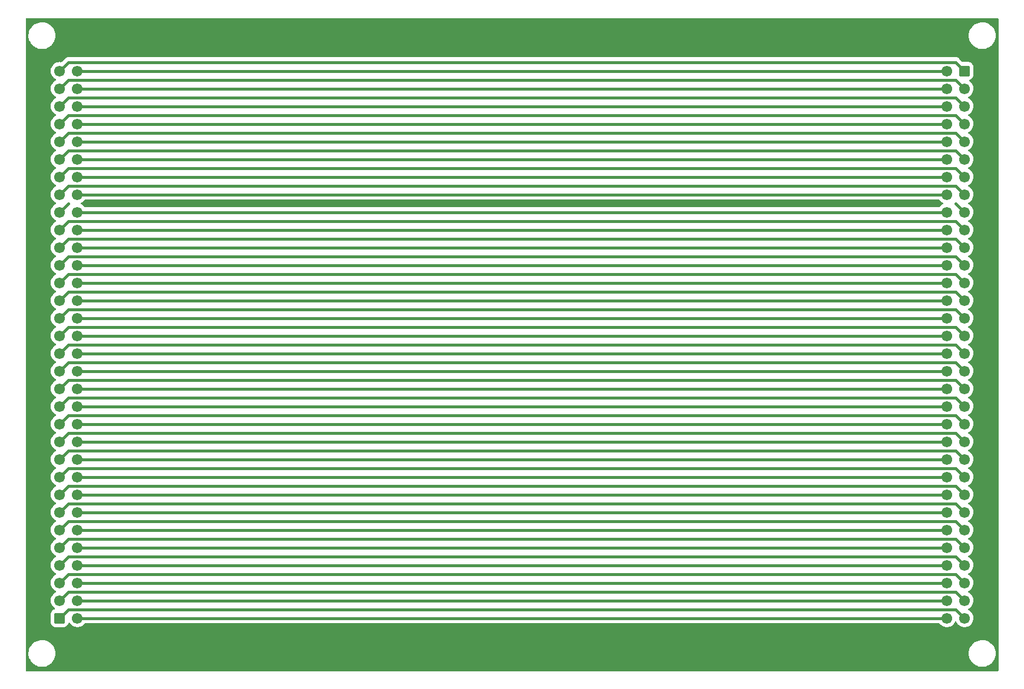
<source format=gbr>
%TF.GenerationSoftware,KiCad,Pcbnew,(6.0.5)*%
%TF.CreationDate,2022-10-16T17:39:31+02:00*%
%TF.ProjectId,riser,72697365-722e-46b6-9963-61645f706362,rev?*%
%TF.SameCoordinates,Original*%
%TF.FileFunction,Copper,L1,Top*%
%TF.FilePolarity,Positive*%
%FSLAX46Y46*%
G04 Gerber Fmt 4.6, Leading zero omitted, Abs format (unit mm)*
G04 Created by KiCad (PCBNEW (6.0.5)) date 2022-10-16 17:39:31*
%MOMM*%
%LPD*%
G01*
G04 APERTURE LIST*
G04 Aperture macros list*
%AMRoundRect*
0 Rectangle with rounded corners*
0 $1 Rounding radius*
0 $2 $3 $4 $5 $6 $7 $8 $9 X,Y pos of 4 corners*
0 Add a 4 corners polygon primitive as box body*
4,1,4,$2,$3,$4,$5,$6,$7,$8,$9,$2,$3,0*
0 Add four circle primitives for the rounded corners*
1,1,$1+$1,$2,$3*
1,1,$1+$1,$4,$5*
1,1,$1+$1,$6,$7*
1,1,$1+$1,$8,$9*
0 Add four rect primitives between the rounded corners*
20,1,$1+$1,$2,$3,$4,$5,0*
20,1,$1+$1,$4,$5,$6,$7,0*
20,1,$1+$1,$6,$7,$8,$9,0*
20,1,$1+$1,$8,$9,$2,$3,0*%
G04 Aperture macros list end*
%TA.AperFunction,ComponentPad*%
%ADD10RoundRect,0.249999X-0.525001X0.525001X-0.525001X-0.525001X0.525001X-0.525001X0.525001X0.525001X0*%
%TD*%
%TA.AperFunction,ComponentPad*%
%ADD11C,1.550000*%
%TD*%
%TA.AperFunction,ComponentPad*%
%ADD12RoundRect,0.249999X0.525001X-0.525001X0.525001X0.525001X-0.525001X0.525001X-0.525001X-0.525001X0*%
%TD*%
%TA.AperFunction,Conductor*%
%ADD13C,0.400000*%
%TD*%
G04 APERTURE END LIST*
D10*
%TO.P,J2,a1,Pin_a1*%
%TO.N,Net-(J2-Pada1)*%
X195447000Y-72136000D03*
D11*
%TO.P,J2,a2,Pin_a2*%
%TO.N,Net-(J2-Pada2)*%
X195447000Y-74676000D03*
%TO.P,J2,a3,Pin_a3*%
%TO.N,Net-(J2-Pada3)*%
X195447000Y-77216000D03*
%TO.P,J2,a4,Pin_a4*%
%TO.N,Net-(J2-Pada4)*%
X195447000Y-79756000D03*
%TO.P,J2,a5,Pin_a5*%
%TO.N,Net-(J2-Pada5)*%
X195447000Y-82296000D03*
%TO.P,J2,a6,Pin_a6*%
%TO.N,Net-(J2-Pada6)*%
X195447000Y-84836000D03*
%TO.P,J2,a7,Pin_a7*%
%TO.N,Net-(J2-Pada7)*%
X195447000Y-87376000D03*
%TO.P,J2,a8,Pin_a8*%
%TO.N,Net-(J2-Pada8)*%
X195447000Y-89916000D03*
%TO.P,J2,a9,Pin_a9*%
%TO.N,Net-(J2-Pada9)*%
X195447000Y-92456000D03*
%TO.P,J2,a10,Pin_a10*%
%TO.N,Net-(J2-Pada10)*%
X195447000Y-94996000D03*
%TO.P,J2,a11,Pin_a11*%
%TO.N,Net-(J2-Pada11)*%
X195447000Y-97536000D03*
%TO.P,J2,a12,Pin_a12*%
%TO.N,Net-(J2-Pada12)*%
X195447000Y-100076000D03*
%TO.P,J2,a13,Pin_a13*%
%TO.N,Net-(J2-Pada13)*%
X195447000Y-102616000D03*
%TO.P,J2,a14,Pin_a14*%
%TO.N,Net-(J2-Pada14)*%
X195447000Y-105156000D03*
%TO.P,J2,a15,Pin_a15*%
%TO.N,Net-(J2-Pada15)*%
X195447000Y-107696000D03*
%TO.P,J2,a16,Pin_a16*%
%TO.N,Net-(J2-Pada16)*%
X195447000Y-110236000D03*
%TO.P,J2,a17,Pin_a17*%
%TO.N,Net-(J1-Pada16)*%
X195447000Y-112776000D03*
%TO.P,J2,a18,Pin_a18*%
%TO.N,Net-(J1-Pada15)*%
X195447000Y-115316000D03*
%TO.P,J2,a19,Pin_a19*%
%TO.N,Net-(J1-Pada14)*%
X195447000Y-117856000D03*
%TO.P,J2,a20,Pin_a20*%
%TO.N,Net-(J1-Pada13)*%
X195447000Y-120396000D03*
%TO.P,J2,a21,Pin_a21*%
%TO.N,Net-(J1-Pada12)*%
X195447000Y-122936000D03*
%TO.P,J2,a22,Pin_a22*%
%TO.N,Net-(J1-Pada11)*%
X195447000Y-125476000D03*
%TO.P,J2,a23,Pin_a23*%
%TO.N,Net-(J1-Pada10)*%
X195447000Y-128016000D03*
%TO.P,J2,a24,Pin_a24*%
%TO.N,Net-(J1-Pada9)*%
X195447000Y-130556000D03*
%TO.P,J2,a25,Pin_a25*%
%TO.N,Net-(J1-Pada8)*%
X195447000Y-133096000D03*
%TO.P,J2,a26,Pin_a26*%
%TO.N,Net-(J1-Pada7)*%
X195447000Y-135636000D03*
%TO.P,J2,a27,Pin_a27*%
%TO.N,Net-(J1-Pada6)*%
X195447000Y-138176000D03*
%TO.P,J2,a28,Pin_a28*%
%TO.N,Net-(J1-Pada5)*%
X195447000Y-140716000D03*
%TO.P,J2,a29,Pin_a29*%
%TO.N,Net-(J2-Pada29)*%
X195447000Y-143256000D03*
%TO.P,J2,a30,Pin_a30*%
%TO.N,Net-(J1-Pada3)*%
X195447000Y-145796000D03*
%TO.P,J2,a31,Pin_a31*%
%TO.N,Net-(J2-Pada31)*%
X195447000Y-148336000D03*
%TO.P,J2,a32,Pin_a32*%
%TO.N,Net-(J2-Pada32)*%
X195447000Y-150876000D03*
%TO.P,J2,b1,Pin_b1*%
%TO.N,Net-(J2-Padb1)*%
X192907000Y-72136000D03*
%TO.P,J2,b2,Pin_b2*%
%TO.N,Net-(J2-Padb2)*%
X192907000Y-74676000D03*
%TO.P,J2,b3,Pin_b3*%
%TO.N,Net-(J2-Padb3)*%
X192907000Y-77216000D03*
%TO.P,J2,b4,Pin_b4*%
%TO.N,Net-(J2-Padb4)*%
X192907000Y-79756000D03*
%TO.P,J2,b5,Pin_b5*%
%TO.N,Net-(J2-Padb5)*%
X192907000Y-82296000D03*
%TO.P,J2,b6,Pin_b6*%
%TO.N,Net-(J2-Padb6)*%
X192907000Y-84836000D03*
%TO.P,J2,b7,Pin_b7*%
%TO.N,Net-(J2-Padb7)*%
X192907000Y-87376000D03*
%TO.P,J2,b8,Pin_b8*%
%TO.N,Net-(J2-Padb8)*%
X192907000Y-89916000D03*
%TO.P,J2,b9,Pin_b9*%
%TO.N,Net-(J2-Padb9)*%
X192907000Y-92456000D03*
%TO.P,J2,b10,Pin_b10*%
%TO.N,Net-(J2-Padb10)*%
X192907000Y-94996000D03*
%TO.P,J2,b11,Pin_b11*%
%TO.N,Net-(J2-Padb11)*%
X192907000Y-97536000D03*
%TO.P,J2,b12,Pin_b12*%
%TO.N,Net-(J2-Padb12)*%
X192907000Y-100076000D03*
%TO.P,J2,b13,Pin_b13*%
%TO.N,Net-(J2-Padb13)*%
X192907000Y-102616000D03*
%TO.P,J2,b14,Pin_b14*%
%TO.N,Net-(J2-Padb14)*%
X192907000Y-105156000D03*
%TO.P,J2,b15,Pin_b15*%
%TO.N,Net-(J2-Padb15)*%
X192907000Y-107696000D03*
%TO.P,J2,b16,Pin_b16*%
%TO.N,Net-(J2-Padb16)*%
X192907000Y-110236000D03*
%TO.P,J2,b17,Pin_b17*%
%TO.N,Net-(J2-Padb17)*%
X192907000Y-112776000D03*
%TO.P,J2,b18,Pin_b18*%
%TO.N,Net-(J2-Padb18)*%
X192907000Y-115316000D03*
%TO.P,J2,b19,Pin_b19*%
%TO.N,Net-(J1-Padb14)*%
X192907000Y-117856000D03*
%TO.P,J2,b20,Pin_b20*%
%TO.N,Net-(J1-Padb13)*%
X192907000Y-120396000D03*
%TO.P,J2,b21,Pin_b21*%
%TO.N,Net-(J1-Padb12)*%
X192907000Y-122936000D03*
%TO.P,J2,b22,Pin_b22*%
%TO.N,Net-(J1-Padb11)*%
X192907000Y-125476000D03*
%TO.P,J2,b23,Pin_b23*%
%TO.N,Net-(J1-Padb10)*%
X192907000Y-128016000D03*
%TO.P,J2,b24,Pin_b24*%
%TO.N,Net-(J1-Padb9)*%
X192907000Y-130556000D03*
%TO.P,J2,b25,Pin_b25*%
%TO.N,Net-(J1-Padb8)*%
X192907000Y-133096000D03*
%TO.P,J2,b26,Pin_b26*%
%TO.N,Net-(J1-Padb7)*%
X192907000Y-135636000D03*
%TO.P,J2,b27,Pin_b27*%
%TO.N,Net-(J1-Padb6)*%
X192907000Y-138176000D03*
%TO.P,J2,b28,Pin_b28*%
%TO.N,Net-(J1-Padb5)*%
X192907000Y-140716000D03*
%TO.P,J2,b29,Pin_b29*%
%TO.N,Net-(J1-Padb4)*%
X192907000Y-143256000D03*
%TO.P,J2,b30,Pin_b30*%
%TO.N,Net-(J1-Padb3)*%
X192907000Y-145796000D03*
%TO.P,J2,b31,Pin_b31*%
%TO.N,Net-(J1-Padb2)*%
X192907000Y-148336000D03*
%TO.P,J2,b32,Pin_b32*%
%TO.N,Net-(J1-Padb1)*%
X192907000Y-150876000D03*
%TD*%
D12*
%TO.P,J1,a1,Pin_a1*%
%TO.N,Net-(J2-Pada32)*%
X65411000Y-150876000D03*
D11*
%TO.P,J1,a2,Pin_a2*%
%TO.N,Net-(J2-Pada31)*%
X65411000Y-148336000D03*
%TO.P,J1,a3,Pin_a3*%
%TO.N,Net-(J1-Pada3)*%
X65411000Y-145796000D03*
%TO.P,J1,a4,Pin_a4*%
%TO.N,Net-(J2-Pada29)*%
X65411000Y-143256000D03*
%TO.P,J1,a5,Pin_a5*%
%TO.N,Net-(J1-Pada5)*%
X65411000Y-140716000D03*
%TO.P,J1,a6,Pin_a6*%
%TO.N,Net-(J1-Pada6)*%
X65411000Y-138176000D03*
%TO.P,J1,a7,Pin_a7*%
%TO.N,Net-(J1-Pada7)*%
X65411000Y-135636000D03*
%TO.P,J1,a8,Pin_a8*%
%TO.N,Net-(J1-Pada8)*%
X65411000Y-133096000D03*
%TO.P,J1,a9,Pin_a9*%
%TO.N,Net-(J1-Pada9)*%
X65411000Y-130556000D03*
%TO.P,J1,a10,Pin_a10*%
%TO.N,Net-(J1-Pada10)*%
X65411000Y-128016000D03*
%TO.P,J1,a11,Pin_a11*%
%TO.N,Net-(J1-Pada11)*%
X65411000Y-125476000D03*
%TO.P,J1,a12,Pin_a12*%
%TO.N,Net-(J1-Pada12)*%
X65411000Y-122936000D03*
%TO.P,J1,a13,Pin_a13*%
%TO.N,Net-(J1-Pada13)*%
X65411000Y-120396000D03*
%TO.P,J1,a14,Pin_a14*%
%TO.N,Net-(J1-Pada14)*%
X65411000Y-117856000D03*
%TO.P,J1,a15,Pin_a15*%
%TO.N,Net-(J1-Pada15)*%
X65411000Y-115316000D03*
%TO.P,J1,a16,Pin_a16*%
%TO.N,Net-(J1-Pada16)*%
X65411000Y-112776000D03*
%TO.P,J1,a17,Pin_a17*%
%TO.N,Net-(J2-Pada16)*%
X65411000Y-110236000D03*
%TO.P,J1,a18,Pin_a18*%
%TO.N,Net-(J2-Pada15)*%
X65411000Y-107696000D03*
%TO.P,J1,a19,Pin_a19*%
%TO.N,Net-(J2-Pada14)*%
X65411000Y-105156000D03*
%TO.P,J1,a20,Pin_a20*%
%TO.N,Net-(J2-Pada13)*%
X65411000Y-102616000D03*
%TO.P,J1,a21,Pin_a21*%
%TO.N,Net-(J2-Pada12)*%
X65411000Y-100076000D03*
%TO.P,J1,a22,Pin_a22*%
%TO.N,Net-(J2-Pada11)*%
X65411000Y-97536000D03*
%TO.P,J1,a23,Pin_a23*%
%TO.N,Net-(J2-Pada10)*%
X65411000Y-94996000D03*
%TO.P,J1,a24,Pin_a24*%
%TO.N,Net-(J2-Pada9)*%
X65411000Y-92456000D03*
%TO.P,J1,a25,Pin_a25*%
%TO.N,Net-(J2-Pada8)*%
X65411000Y-89916000D03*
%TO.P,J1,a26,Pin_a26*%
%TO.N,Net-(J2-Pada7)*%
X65411000Y-87376000D03*
%TO.P,J1,a27,Pin_a27*%
%TO.N,Net-(J2-Pada6)*%
X65411000Y-84836000D03*
%TO.P,J1,a28,Pin_a28*%
%TO.N,Net-(J2-Pada5)*%
X65411000Y-82296000D03*
%TO.P,J1,a29,Pin_a29*%
%TO.N,Net-(J2-Pada4)*%
X65411000Y-79756000D03*
%TO.P,J1,a30,Pin_a30*%
%TO.N,Net-(J2-Pada3)*%
X65411000Y-77216000D03*
%TO.P,J1,a31,Pin_a31*%
%TO.N,Net-(J2-Pada2)*%
X65411000Y-74676000D03*
%TO.P,J1,a32,Pin_a32*%
%TO.N,Net-(J2-Pada1)*%
X65411000Y-72136000D03*
%TO.P,J1,b1,Pin_b1*%
%TO.N,Net-(J1-Padb1)*%
X67951000Y-150876000D03*
%TO.P,J1,b2,Pin_b2*%
%TO.N,Net-(J1-Padb2)*%
X67951000Y-148336000D03*
%TO.P,J1,b3,Pin_b3*%
%TO.N,Net-(J1-Padb3)*%
X67951000Y-145796000D03*
%TO.P,J1,b4,Pin_b4*%
%TO.N,Net-(J1-Padb4)*%
X67951000Y-143256000D03*
%TO.P,J1,b5,Pin_b5*%
%TO.N,Net-(J1-Padb5)*%
X67951000Y-140716000D03*
%TO.P,J1,b6,Pin_b6*%
%TO.N,Net-(J1-Padb6)*%
X67951000Y-138176000D03*
%TO.P,J1,b7,Pin_b7*%
%TO.N,Net-(J1-Padb7)*%
X67951000Y-135636000D03*
%TO.P,J1,b8,Pin_b8*%
%TO.N,Net-(J1-Padb8)*%
X67951000Y-133096000D03*
%TO.P,J1,b9,Pin_b9*%
%TO.N,Net-(J1-Padb9)*%
X67951000Y-130556000D03*
%TO.P,J1,b10,Pin_b10*%
%TO.N,Net-(J1-Padb10)*%
X67951000Y-128016000D03*
%TO.P,J1,b11,Pin_b11*%
%TO.N,Net-(J1-Padb11)*%
X67951000Y-125476000D03*
%TO.P,J1,b12,Pin_b12*%
%TO.N,Net-(J1-Padb12)*%
X67951000Y-122936000D03*
%TO.P,J1,b13,Pin_b13*%
%TO.N,Net-(J1-Padb13)*%
X67951000Y-120396000D03*
%TO.P,J1,b14,Pin_b14*%
%TO.N,Net-(J1-Padb14)*%
X67951000Y-117856000D03*
%TO.P,J1,b15,Pin_b15*%
%TO.N,Net-(J2-Padb18)*%
X67951000Y-115316000D03*
%TO.P,J1,b16,Pin_b16*%
%TO.N,Net-(J2-Padb17)*%
X67951000Y-112776000D03*
%TO.P,J1,b17,Pin_b17*%
%TO.N,Net-(J2-Padb16)*%
X67951000Y-110236000D03*
%TO.P,J1,b18,Pin_b18*%
%TO.N,Net-(J2-Padb15)*%
X67951000Y-107696000D03*
%TO.P,J1,b19,Pin_b19*%
%TO.N,Net-(J2-Padb14)*%
X67951000Y-105156000D03*
%TO.P,J1,b20,Pin_b20*%
%TO.N,Net-(J2-Padb13)*%
X67951000Y-102616000D03*
%TO.P,J1,b21,Pin_b21*%
%TO.N,Net-(J2-Padb12)*%
X67951000Y-100076000D03*
%TO.P,J1,b22,Pin_b22*%
%TO.N,Net-(J2-Padb11)*%
X67951000Y-97536000D03*
%TO.P,J1,b23,Pin_b23*%
%TO.N,Net-(J2-Padb10)*%
X67951000Y-94996000D03*
%TO.P,J1,b24,Pin_b24*%
%TO.N,Net-(J2-Padb9)*%
X67951000Y-92456000D03*
%TO.P,J1,b25,Pin_b25*%
%TO.N,Net-(J2-Padb8)*%
X67951000Y-89916000D03*
%TO.P,J1,b26,Pin_b26*%
%TO.N,Net-(J2-Padb7)*%
X67951000Y-87376000D03*
%TO.P,J1,b27,Pin_b27*%
%TO.N,Net-(J2-Padb6)*%
X67951000Y-84836000D03*
%TO.P,J1,b28,Pin_b28*%
%TO.N,Net-(J2-Padb5)*%
X67951000Y-82296000D03*
%TO.P,J1,b29,Pin_b29*%
%TO.N,Net-(J2-Padb4)*%
X67951000Y-79756000D03*
%TO.P,J1,b30,Pin_b30*%
%TO.N,Net-(J2-Padb3)*%
X67951000Y-77216000D03*
%TO.P,J1,b31,Pin_b31*%
%TO.N,Net-(J2-Padb2)*%
X67951000Y-74676000D03*
%TO.P,J1,b32,Pin_b32*%
%TO.N,Net-(J2-Padb1)*%
X67951000Y-72136000D03*
%TD*%
D13*
%TO.N,Net-(J2-Pada32)*%
X66510511Y-149776489D02*
X66681000Y-149606000D01*
X194177000Y-149606000D02*
X194347489Y-149776489D01*
X66681000Y-149606000D02*
X194177000Y-149606000D01*
X194347489Y-149776489D02*
X195447000Y-150876000D01*
X65411000Y-150876000D02*
X66510511Y-149776489D01*
%TO.N,Net-(J2-Pada31)*%
X66510511Y-147236489D02*
X65411000Y-148336000D01*
X194347489Y-147236489D02*
X194177000Y-147066000D01*
X194177000Y-147066000D02*
X66681000Y-147066000D01*
X66681000Y-147066000D02*
X66510511Y-147236489D01*
X195447000Y-148336000D02*
X194347489Y-147236489D01*
%TO.N,Net-(J1-Pada3)*%
X194177000Y-144526000D02*
X194347489Y-144696489D01*
X66681000Y-144526000D02*
X194177000Y-144526000D01*
X65411000Y-145796000D02*
X66510511Y-144696489D01*
X66510511Y-144696489D02*
X66681000Y-144526000D01*
X194347489Y-144696489D02*
X195447000Y-145796000D01*
%TO.N,Net-(J2-Pada29)*%
X194347489Y-142156489D02*
X194177000Y-141986000D01*
X66681000Y-141986000D02*
X66510511Y-142156489D01*
X195447000Y-143256000D02*
X194347489Y-142156489D01*
X194177000Y-141986000D02*
X66681000Y-141986000D01*
X66510511Y-142156489D02*
X65411000Y-143256000D01*
%TO.N,Net-(J1-Pada5)*%
X66681000Y-139446000D02*
X194177000Y-139446000D01*
X65411000Y-140716000D02*
X66510511Y-139616489D01*
X194347489Y-139616489D02*
X195447000Y-140716000D01*
X194177000Y-139446000D02*
X194347489Y-139616489D01*
X66510511Y-139616489D02*
X66681000Y-139446000D01*
%TO.N,Net-(J1-Pada6)*%
X194347489Y-137076489D02*
X194177000Y-136906000D01*
X195447000Y-138176000D02*
X194347489Y-137076489D01*
X66681000Y-136906000D02*
X66510511Y-137076489D01*
X66510511Y-137076489D02*
X65411000Y-138176000D01*
X194177000Y-136906000D02*
X66681000Y-136906000D01*
%TO.N,Net-(J1-Pada7)*%
X194347489Y-134536489D02*
X195447000Y-135636000D01*
X66510511Y-134536489D02*
X66681000Y-134366000D01*
X65411000Y-135636000D02*
X66510511Y-134536489D01*
X194177000Y-134366000D02*
X194347489Y-134536489D01*
X66681000Y-134366000D02*
X194177000Y-134366000D01*
%TO.N,Net-(J1-Pada8)*%
X66510511Y-131996489D02*
X65411000Y-133096000D01*
X195447000Y-133096000D02*
X194347489Y-131996489D01*
X194347489Y-131996489D02*
X194177000Y-131826000D01*
X66681000Y-131826000D02*
X66510511Y-131996489D01*
X194177000Y-131826000D02*
X66681000Y-131826000D01*
%TO.N,Net-(J1-Pada9)*%
X66510511Y-129456489D02*
X66681000Y-129286000D01*
X66681000Y-129286000D02*
X194177000Y-129286000D01*
X194177000Y-129286000D02*
X194347489Y-129456489D01*
X194347489Y-129456489D02*
X195447000Y-130556000D01*
X65411000Y-130556000D02*
X66510511Y-129456489D01*
%TO.N,Net-(J1-Pada10)*%
X194177000Y-126746000D02*
X66681000Y-126746000D01*
X194347489Y-126916489D02*
X194177000Y-126746000D01*
X66681000Y-126746000D02*
X66510511Y-126916489D01*
X66510511Y-126916489D02*
X65411000Y-128016000D01*
X195447000Y-128016000D02*
X194347489Y-126916489D01*
%TO.N,Net-(J1-Pada11)*%
X194177000Y-124206000D02*
X194347489Y-124376489D01*
X66510511Y-124376489D02*
X66681000Y-124206000D01*
X66681000Y-124206000D02*
X194177000Y-124206000D01*
X65411000Y-125476000D02*
X66510511Y-124376489D01*
X194347489Y-124376489D02*
X195447000Y-125476000D01*
%TO.N,Net-(J1-Pada12)*%
X66681000Y-121666000D02*
X66510511Y-121836489D01*
X194177000Y-121666000D02*
X66681000Y-121666000D01*
X195447000Y-122936000D02*
X194347489Y-121836489D01*
X66510511Y-121836489D02*
X65411000Y-122936000D01*
X194347489Y-121836489D02*
X194177000Y-121666000D01*
%TO.N,Net-(J1-Pada13)*%
X194177000Y-119126000D02*
X194347489Y-119296489D01*
X65411000Y-120396000D02*
X66510511Y-119296489D01*
X66681000Y-119126000D02*
X194177000Y-119126000D01*
X66510511Y-119296489D02*
X66681000Y-119126000D01*
X194347489Y-119296489D02*
X195447000Y-120396000D01*
%TO.N,Net-(J1-Pada14)*%
X194347489Y-116756489D02*
X194177000Y-116586000D01*
X66681000Y-116586000D02*
X66510511Y-116756489D01*
X195447000Y-117856000D02*
X194347489Y-116756489D01*
X66510511Y-116756489D02*
X65411000Y-117856000D01*
X194177000Y-116586000D02*
X66681000Y-116586000D01*
%TO.N,Net-(J1-Pada15)*%
X65411000Y-115316000D02*
X66510511Y-114216489D01*
X66681000Y-114046000D02*
X194177000Y-114046000D01*
X194177000Y-114046000D02*
X194347489Y-114216489D01*
X66510511Y-114216489D02*
X66681000Y-114046000D01*
X194347489Y-114216489D02*
X195447000Y-115316000D01*
%TO.N,Net-(J1-Pada16)*%
X66681000Y-111506000D02*
X66510511Y-111676489D01*
X66510511Y-111676489D02*
X65411000Y-112776000D01*
X194177000Y-111506000D02*
X66681000Y-111506000D01*
X194347489Y-111676489D02*
X194177000Y-111506000D01*
X195447000Y-112776000D02*
X194347489Y-111676489D01*
%TO.N,Net-(J2-Pada16)*%
X66681000Y-108966000D02*
X66510511Y-109136489D01*
X194177000Y-108966000D02*
X66681000Y-108966000D01*
X194347489Y-109136489D02*
X194177000Y-108966000D01*
X66510511Y-109136489D02*
X65411000Y-110236000D01*
X195447000Y-110236000D02*
X194347489Y-109136489D01*
%TO.N,Net-(J2-Pada15)*%
X65411000Y-107696000D02*
X66681000Y-106426000D01*
X194177000Y-106426000D02*
X195447000Y-107696000D01*
X66681000Y-106426000D02*
X194177000Y-106426000D01*
%TO.N,Net-(J2-Pada14)*%
X194177000Y-103886000D02*
X66681000Y-103886000D01*
X195447000Y-105156000D02*
X194347489Y-104056489D01*
X66681000Y-103886000D02*
X66510511Y-104056489D01*
X66510511Y-104056489D02*
X65411000Y-105156000D01*
X194347489Y-104056489D02*
X194177000Y-103886000D01*
%TO.N,Net-(J2-Pada13)*%
X194347489Y-101516489D02*
X195447000Y-102616000D01*
X194177000Y-101346000D02*
X194347489Y-101516489D01*
X66510511Y-101516489D02*
X66681000Y-101346000D01*
X66681000Y-101346000D02*
X194177000Y-101346000D01*
X65411000Y-102616000D02*
X66510511Y-101516489D01*
%TO.N,Net-(J2-Pada12)*%
X66510511Y-98976489D02*
X65411000Y-100076000D01*
X66681000Y-98806000D02*
X66510511Y-98976489D01*
X194347489Y-98976489D02*
X194177000Y-98806000D01*
X194177000Y-98806000D02*
X66681000Y-98806000D01*
X195447000Y-100076000D02*
X194347489Y-98976489D01*
%TO.N,Net-(J2-Pada11)*%
X65411000Y-97536000D02*
X66510511Y-96436489D01*
X194347489Y-96436489D02*
X195447000Y-97536000D01*
X66510511Y-96436489D02*
X66681000Y-96266000D01*
X66681000Y-96266000D02*
X194177000Y-96266000D01*
X194177000Y-96266000D02*
X194347489Y-96436489D01*
%TO.N,Net-(J2-Pada10)*%
X66681000Y-93726000D02*
X66510511Y-93896489D01*
X66510511Y-93896489D02*
X65411000Y-94996000D01*
X194177000Y-93726000D02*
X66681000Y-93726000D01*
X194347489Y-93896489D02*
X194177000Y-93726000D01*
X195447000Y-94996000D02*
X194347489Y-93896489D01*
%TO.N,Net-(J2-Pada9)*%
X194347489Y-91356489D02*
X195447000Y-92456000D01*
X65411000Y-92456000D02*
X66510511Y-91356489D01*
X66510511Y-91356489D02*
X66681000Y-91186000D01*
X194177000Y-91186000D02*
X194347489Y-91356489D01*
%TO.N,Net-(J2-Pada8)*%
X66510511Y-88816489D02*
X65411000Y-89916000D01*
X195447000Y-89916000D02*
X194347489Y-88816489D01*
X66681000Y-88646000D02*
X66510511Y-88816489D01*
X194177000Y-88646000D02*
X66681000Y-88646000D01*
X194347489Y-88816489D02*
X194177000Y-88646000D01*
%TO.N,Net-(J2-Pada7)*%
X66510511Y-86276489D02*
X66681000Y-86106000D01*
X66681000Y-86106000D02*
X194177000Y-86106000D01*
X194177000Y-86106000D02*
X194347489Y-86276489D01*
X65411000Y-87376000D02*
X66510511Y-86276489D01*
X194347489Y-86276489D02*
X195447000Y-87376000D01*
%TO.N,Net-(J2-Pada6)*%
X195447000Y-84836000D02*
X194347489Y-83736489D01*
X194177000Y-83566000D02*
X66681000Y-83566000D01*
X66681000Y-83566000D02*
X66510511Y-83736489D01*
X194347489Y-83736489D02*
X194177000Y-83566000D01*
X66510511Y-83736489D02*
X65411000Y-84836000D01*
%TO.N,Net-(J2-Pada5)*%
X194177000Y-81026000D02*
X194347489Y-81196489D01*
X65411000Y-82296000D02*
X66510511Y-81196489D01*
X66681000Y-81026000D02*
X194177000Y-81026000D01*
X66510511Y-81196489D02*
X66681000Y-81026000D01*
X194347489Y-81196489D02*
X195447000Y-82296000D01*
%TO.N,Net-(J2-Pada4)*%
X195447000Y-79756000D02*
X194347489Y-78656489D01*
X66681000Y-78486000D02*
X66510511Y-78656489D01*
X66510511Y-78656489D02*
X65411000Y-79756000D01*
X194177000Y-78486000D02*
X66681000Y-78486000D01*
X194347489Y-78656489D02*
X194177000Y-78486000D01*
%TO.N,Net-(J2-Pada3)*%
X66510511Y-76116489D02*
X66681000Y-75946000D01*
X194177000Y-75946000D02*
X194347489Y-76116489D01*
X65411000Y-77216000D02*
X66510511Y-76116489D01*
X66681000Y-75946000D02*
X194177000Y-75946000D01*
X194347489Y-76116489D02*
X195447000Y-77216000D01*
%TO.N,Net-(J2-Pada2)*%
X66681000Y-73406000D02*
X66510511Y-73576489D01*
X66510511Y-73576489D02*
X65411000Y-74676000D01*
X194347489Y-73576489D02*
X194177000Y-73406000D01*
X195447000Y-74676000D02*
X194347489Y-73576489D01*
X194177000Y-73406000D02*
X66681000Y-73406000D01*
%TO.N,Net-(J2-Pada1)*%
X66681000Y-70866000D02*
X194177000Y-70866000D01*
X66510511Y-71036489D02*
X66681000Y-70866000D01*
X194347489Y-71036489D02*
X195447000Y-72136000D01*
X65411000Y-72136000D02*
X66510511Y-71036489D01*
X194177000Y-70866000D02*
X194347489Y-71036489D01*
%TO.N,Net-(J1-Padb1)*%
X67951000Y-150876000D02*
X192907000Y-150876000D01*
%TO.N,Net-(J1-Padb2)*%
X192907000Y-148336000D02*
X67951000Y-148336000D01*
%TO.N,Net-(J1-Padb3)*%
X67951000Y-145796000D02*
X192907000Y-145796000D01*
%TO.N,Net-(J1-Padb4)*%
X192907000Y-143256000D02*
X67951000Y-143256000D01*
%TO.N,Net-(J1-Padb5)*%
X67951000Y-140716000D02*
X192907000Y-140716000D01*
%TO.N,Net-(J1-Padb6)*%
X192907000Y-138176000D02*
X67951000Y-138176000D01*
%TO.N,Net-(J1-Padb7)*%
X67951000Y-135636000D02*
X192907000Y-135636000D01*
%TO.N,Net-(J1-Padb8)*%
X192907000Y-133096000D02*
X67951000Y-133096000D01*
%TO.N,Net-(J1-Padb9)*%
X67951000Y-130556000D02*
X192907000Y-130556000D01*
%TO.N,Net-(J1-Padb10)*%
X192907000Y-128016000D02*
X67951000Y-128016000D01*
%TO.N,Net-(J1-Padb11)*%
X67951000Y-125476000D02*
X192907000Y-125476000D01*
%TO.N,Net-(J1-Padb12)*%
X192907000Y-122936000D02*
X67951000Y-122936000D01*
%TO.N,Net-(J1-Padb13)*%
X67951000Y-120396000D02*
X192907000Y-120396000D01*
%TO.N,Net-(J1-Padb14)*%
X192907000Y-117856000D02*
X67951000Y-117856000D01*
%TO.N,Net-(J2-Padb18)*%
X67951000Y-115316000D02*
X192907000Y-115316000D01*
%TO.N,Net-(J2-Padb17)*%
X192907000Y-112776000D02*
X67951000Y-112776000D01*
%TO.N,Net-(J2-Padb16)*%
X67951000Y-110236000D02*
X192907000Y-110236000D01*
%TO.N,Net-(J2-Padb15)*%
X192907000Y-107696000D02*
X67951000Y-107696000D01*
%TO.N,Net-(J2-Padb14)*%
X67951000Y-105156000D02*
X193040000Y-105156000D01*
%TO.N,Net-(J2-Padb13)*%
X192907000Y-102616000D02*
X67951000Y-102616000D01*
%TO.N,Net-(J2-Padb12)*%
X67951000Y-100076000D02*
X192907000Y-100076000D01*
%TO.N,Net-(J2-Padb11)*%
X192907000Y-97536000D02*
X67951000Y-97536000D01*
%TO.N,Net-(J2-Padb10)*%
X67951000Y-94996000D02*
X192907000Y-94996000D01*
%TO.N,Net-(J2-Padb9)*%
X192907000Y-92456000D02*
X67951000Y-92456000D01*
%TO.N,Net-(J2-Padb8)*%
X67951000Y-89916000D02*
X192907000Y-89916000D01*
%TO.N,Net-(J2-Padb7)*%
X192907000Y-87376000D02*
X67951000Y-87376000D01*
%TO.N,Net-(J2-Padb6)*%
X67951000Y-84836000D02*
X192907000Y-84836000D01*
%TO.N,Net-(J2-Padb5)*%
X192907000Y-82296000D02*
X67951000Y-82296000D01*
%TO.N,Net-(J2-Padb4)*%
X67951000Y-79756000D02*
X192907000Y-79756000D01*
%TO.N,Net-(J2-Padb3)*%
X67951000Y-77216000D02*
X192907000Y-77216000D01*
%TO.N,Net-(J2-Padb2)*%
X192907000Y-74676000D02*
X67951000Y-74676000D01*
%TO.N,Net-(J2-Padb1)*%
X67951000Y-72136000D02*
X192907000Y-72136000D01*
%TD*%
%TA.AperFunction,NonConductor*%
G36*
X191838762Y-90644502D02*
G01*
X191873854Y-90678229D01*
X191920026Y-90744169D01*
X192078831Y-90902974D01*
X192262798Y-91031790D01*
X192267780Y-91034113D01*
X192267785Y-91034116D01*
X192348611Y-91071805D01*
X192401896Y-91118722D01*
X192421357Y-91186999D01*
X192400815Y-91254959D01*
X192348611Y-91300195D01*
X192267786Y-91337884D01*
X192267781Y-91337887D01*
X192262799Y-91340210D01*
X192258292Y-91343366D01*
X192258290Y-91343367D01*
X192083342Y-91465867D01*
X192083339Y-91465869D01*
X192078831Y-91469026D01*
X191920026Y-91627831D01*
X191916869Y-91632339D01*
X191916867Y-91632342D01*
X191873854Y-91693771D01*
X191818397Y-91738099D01*
X191770641Y-91747500D01*
X69087359Y-91747500D01*
X69019238Y-91727498D01*
X68984146Y-91693771D01*
X68941133Y-91632342D01*
X68941131Y-91632339D01*
X68937974Y-91627831D01*
X68779169Y-91469026D01*
X68595202Y-91340210D01*
X68590220Y-91337887D01*
X68590215Y-91337884D01*
X68509389Y-91300195D01*
X68456104Y-91253278D01*
X68436643Y-91185001D01*
X68457185Y-91117041D01*
X68509389Y-91071805D01*
X68590215Y-91034116D01*
X68590220Y-91034113D01*
X68595202Y-91031790D01*
X68779169Y-90902974D01*
X68937974Y-90744169D01*
X68984146Y-90678229D01*
X69039603Y-90633901D01*
X69087359Y-90624500D01*
X191770641Y-90624500D01*
X191838762Y-90644502D01*
G37*
%TD.AperFunction*%
%TA.AperFunction,NonConductor*%
G36*
X200253621Y-64536502D02*
G01*
X200300114Y-64590158D01*
X200311500Y-64642500D01*
X200311500Y-158390500D01*
X200291498Y-158458621D01*
X200237842Y-158505114D01*
X200185500Y-158516500D01*
X60672500Y-158516500D01*
X60604379Y-158496498D01*
X60557886Y-158442842D01*
X60546500Y-158390500D01*
X60546500Y-155925552D01*
X60932800Y-155925552D01*
X60947846Y-156198951D01*
X61001264Y-156467502D01*
X61091989Y-156725847D01*
X61094042Y-156729798D01*
X61094044Y-156729804D01*
X61122834Y-156785227D01*
X61218209Y-156968832D01*
X61220792Y-156972447D01*
X61220796Y-156972453D01*
X61257481Y-157023788D01*
X61377407Y-157191608D01*
X61566406Y-157389730D01*
X61781436Y-157559245D01*
X61785278Y-157561477D01*
X61785283Y-157561480D01*
X62014351Y-157694534D01*
X62014357Y-157694537D01*
X62018205Y-157696772D01*
X62086023Y-157724241D01*
X62267857Y-157797892D01*
X62267865Y-157797895D01*
X62271989Y-157799565D01*
X62347843Y-157818407D01*
X62533401Y-157864500D01*
X62533405Y-157864501D01*
X62537726Y-157865574D01*
X62771247Y-157889500D01*
X62940754Y-157889500D01*
X63144128Y-157875100D01*
X63148483Y-157874162D01*
X63148486Y-157874162D01*
X63407460Y-157818407D01*
X63407462Y-157818407D01*
X63411807Y-157817471D01*
X63668695Y-157722700D01*
X63909668Y-157592678D01*
X64129915Y-157430001D01*
X64325045Y-157237913D01*
X64327747Y-157234373D01*
X64488460Y-157023788D01*
X64488462Y-157023784D01*
X64491162Y-157020247D01*
X64624952Y-156781347D01*
X64723746Y-156525979D01*
X64736325Y-156471713D01*
X64784568Y-156263577D01*
X64785574Y-156259239D01*
X64809200Y-155986448D01*
X64805849Y-155925552D01*
X196048800Y-155925552D01*
X196063846Y-156198951D01*
X196117264Y-156467502D01*
X196207989Y-156725847D01*
X196210042Y-156729798D01*
X196210044Y-156729804D01*
X196238834Y-156785227D01*
X196334209Y-156968832D01*
X196336792Y-156972447D01*
X196336796Y-156972453D01*
X196373481Y-157023788D01*
X196493407Y-157191608D01*
X196682406Y-157389730D01*
X196897436Y-157559245D01*
X196901278Y-157561477D01*
X196901283Y-157561480D01*
X197130351Y-157694534D01*
X197130357Y-157694537D01*
X197134205Y-157696772D01*
X197202023Y-157724241D01*
X197383857Y-157797892D01*
X197383865Y-157797895D01*
X197387989Y-157799565D01*
X197463843Y-157818407D01*
X197649401Y-157864500D01*
X197649405Y-157864501D01*
X197653726Y-157865574D01*
X197887247Y-157889500D01*
X198056754Y-157889500D01*
X198260128Y-157875100D01*
X198264483Y-157874162D01*
X198264486Y-157874162D01*
X198523460Y-157818407D01*
X198523462Y-157818407D01*
X198527807Y-157817471D01*
X198784695Y-157722700D01*
X199025668Y-157592678D01*
X199245915Y-157430001D01*
X199441045Y-157237913D01*
X199443747Y-157234373D01*
X199604460Y-157023788D01*
X199604462Y-157023784D01*
X199607162Y-157020247D01*
X199740952Y-156781347D01*
X199839746Y-156525979D01*
X199852325Y-156471713D01*
X199900568Y-156263577D01*
X199901574Y-156259239D01*
X199925200Y-155986448D01*
X199910154Y-155713049D01*
X199856736Y-155444498D01*
X199766011Y-155186153D01*
X199739336Y-155134800D01*
X199641843Y-154947118D01*
X199641842Y-154947116D01*
X199639791Y-154943168D01*
X199637208Y-154939553D01*
X199637204Y-154939547D01*
X199483181Y-154724014D01*
X199480593Y-154720392D01*
X199291594Y-154522270D01*
X199076564Y-154352755D01*
X199072722Y-154350523D01*
X199072717Y-154350520D01*
X198843649Y-154217466D01*
X198843643Y-154217463D01*
X198839795Y-154215228D01*
X198734664Y-154172645D01*
X198590143Y-154114108D01*
X198590135Y-154114105D01*
X198586011Y-154112435D01*
X198453143Y-154079431D01*
X198324599Y-154047500D01*
X198324595Y-154047499D01*
X198320274Y-154046426D01*
X198086753Y-154022500D01*
X197917246Y-154022500D01*
X197713872Y-154036900D01*
X197709517Y-154037838D01*
X197709514Y-154037838D01*
X197450540Y-154093593D01*
X197450538Y-154093593D01*
X197446193Y-154094529D01*
X197189305Y-154189300D01*
X196948332Y-154319322D01*
X196728085Y-154481999D01*
X196532955Y-154674087D01*
X196530256Y-154677624D01*
X196530253Y-154677627D01*
X196500074Y-154717172D01*
X196366838Y-154891753D01*
X196233048Y-155130653D01*
X196134254Y-155386021D01*
X196133251Y-155390346D01*
X196133250Y-155390351D01*
X196119685Y-155448873D01*
X196072426Y-155652761D01*
X196048800Y-155925552D01*
X64805849Y-155925552D01*
X64794154Y-155713049D01*
X64740736Y-155444498D01*
X64650011Y-155186153D01*
X64623336Y-155134800D01*
X64525843Y-154947118D01*
X64525842Y-154947116D01*
X64523791Y-154943168D01*
X64521208Y-154939553D01*
X64521204Y-154939547D01*
X64367181Y-154724014D01*
X64364593Y-154720392D01*
X64175594Y-154522270D01*
X63960564Y-154352755D01*
X63956722Y-154350523D01*
X63956717Y-154350520D01*
X63727649Y-154217466D01*
X63727643Y-154217463D01*
X63723795Y-154215228D01*
X63618664Y-154172645D01*
X63474143Y-154114108D01*
X63474135Y-154114105D01*
X63470011Y-154112435D01*
X63337143Y-154079431D01*
X63208599Y-154047500D01*
X63208595Y-154047499D01*
X63204274Y-154046426D01*
X62970753Y-154022500D01*
X62801246Y-154022500D01*
X62597872Y-154036900D01*
X62593517Y-154037838D01*
X62593514Y-154037838D01*
X62334540Y-154093593D01*
X62334538Y-154093593D01*
X62330193Y-154094529D01*
X62073305Y-154189300D01*
X61832332Y-154319322D01*
X61612085Y-154481999D01*
X61416955Y-154674087D01*
X61414256Y-154677624D01*
X61414253Y-154677627D01*
X61384074Y-154717172D01*
X61250838Y-154891753D01*
X61117048Y-155130653D01*
X61018254Y-155386021D01*
X61017251Y-155390346D01*
X61017250Y-155390351D01*
X61003685Y-155448873D01*
X60956426Y-155652761D01*
X60932800Y-155925552D01*
X60546500Y-155925552D01*
X60546500Y-148336000D01*
X64122597Y-148336000D01*
X64142171Y-148559729D01*
X64200297Y-148776660D01*
X64202619Y-148781641D01*
X64202620Y-148781642D01*
X64292884Y-148975214D01*
X64292887Y-148975219D01*
X64295210Y-148980201D01*
X64424026Y-149164169D01*
X64582831Y-149322974D01*
X64696598Y-149402635D01*
X64740925Y-149458091D01*
X64748234Y-149528711D01*
X64716203Y-149592071D01*
X64664203Y-149625370D01*
X64568998Y-149657133D01*
X64568996Y-149657134D01*
X64562054Y-149659450D01*
X64411651Y-149752521D01*
X64286694Y-149877697D01*
X64193885Y-150028261D01*
X64138203Y-150196138D01*
X64127500Y-150300599D01*
X64127501Y-151451400D01*
X64138474Y-151557167D01*
X64140658Y-151563713D01*
X64191730Y-151716792D01*
X64194450Y-151724946D01*
X64287521Y-151875349D01*
X64412697Y-152000306D01*
X64418927Y-152004146D01*
X64552859Y-152086703D01*
X64563261Y-152093115D01*
X64643004Y-152119564D01*
X64724610Y-152146632D01*
X64724612Y-152146632D01*
X64731138Y-152148797D01*
X64737974Y-152149497D01*
X64737977Y-152149498D01*
X64781030Y-152153909D01*
X64835599Y-152159500D01*
X65406562Y-152159500D01*
X65986400Y-152159499D01*
X66092167Y-152148526D01*
X66251347Y-152095419D01*
X66253002Y-152094867D01*
X66253004Y-152094866D01*
X66259946Y-152092550D01*
X66410349Y-151999479D01*
X66535306Y-151874303D01*
X66628115Y-151723739D01*
X66661537Y-151622974D01*
X66701967Y-151564614D01*
X66767532Y-151537377D01*
X66837413Y-151549910D01*
X66884343Y-151590370D01*
X66907173Y-151622974D01*
X66964026Y-151704169D01*
X67122831Y-151862974D01*
X67127340Y-151866131D01*
X67127342Y-151866133D01*
X67147892Y-151880522D01*
X67306798Y-151991790D01*
X67311780Y-151994113D01*
X67311785Y-151994116D01*
X67505358Y-152084380D01*
X67510340Y-152086703D01*
X67515648Y-152088125D01*
X67515650Y-152088126D01*
X67721956Y-152143405D01*
X67721958Y-152143405D01*
X67727271Y-152144829D01*
X67951000Y-152164403D01*
X68174729Y-152144829D01*
X68180042Y-152143405D01*
X68180044Y-152143405D01*
X68386350Y-152088126D01*
X68386352Y-152088125D01*
X68391660Y-152086703D01*
X68396642Y-152084380D01*
X68590215Y-151994116D01*
X68590220Y-151994113D01*
X68595202Y-151991790D01*
X68754108Y-151880522D01*
X68774658Y-151866133D01*
X68774660Y-151866131D01*
X68779169Y-151862974D01*
X68937974Y-151704169D01*
X68984146Y-151638229D01*
X69039603Y-151593901D01*
X69087359Y-151584500D01*
X191770641Y-151584500D01*
X191838762Y-151604502D01*
X191873854Y-151638229D01*
X191920026Y-151704169D01*
X192078831Y-151862974D01*
X192083340Y-151866131D01*
X192083342Y-151866133D01*
X192103892Y-151880522D01*
X192262798Y-151991790D01*
X192267780Y-151994113D01*
X192267785Y-151994116D01*
X192461358Y-152084380D01*
X192466340Y-152086703D01*
X192471648Y-152088125D01*
X192471650Y-152088126D01*
X192677956Y-152143405D01*
X192677958Y-152143405D01*
X192683271Y-152144829D01*
X192907000Y-152164403D01*
X193130729Y-152144829D01*
X193136042Y-152143405D01*
X193136044Y-152143405D01*
X193342350Y-152088126D01*
X193342352Y-152088125D01*
X193347660Y-152086703D01*
X193352642Y-152084380D01*
X193546215Y-151994116D01*
X193546220Y-151994113D01*
X193551202Y-151991790D01*
X193710108Y-151880522D01*
X193730658Y-151866133D01*
X193730660Y-151866131D01*
X193735169Y-151862974D01*
X193893974Y-151704169D01*
X193950828Y-151622974D01*
X194019633Y-151524710D01*
X194019634Y-151524708D01*
X194022790Y-151520201D01*
X194025113Y-151515219D01*
X194025116Y-151515214D01*
X194062805Y-151434389D01*
X194109723Y-151381104D01*
X194178000Y-151361643D01*
X194245960Y-151382185D01*
X194291195Y-151434389D01*
X194328884Y-151515214D01*
X194328887Y-151515219D01*
X194331210Y-151520201D01*
X194334366Y-151524708D01*
X194334367Y-151524710D01*
X194403173Y-151622974D01*
X194460026Y-151704169D01*
X194618831Y-151862974D01*
X194623340Y-151866131D01*
X194623342Y-151866133D01*
X194643892Y-151880522D01*
X194802798Y-151991790D01*
X194807780Y-151994113D01*
X194807785Y-151994116D01*
X195001358Y-152084380D01*
X195006340Y-152086703D01*
X195011648Y-152088125D01*
X195011650Y-152088126D01*
X195217956Y-152143405D01*
X195217958Y-152143405D01*
X195223271Y-152144829D01*
X195447000Y-152164403D01*
X195670729Y-152144829D01*
X195676042Y-152143405D01*
X195676044Y-152143405D01*
X195882350Y-152088126D01*
X195882352Y-152088125D01*
X195887660Y-152086703D01*
X195892642Y-152084380D01*
X196086215Y-151994116D01*
X196086220Y-151994113D01*
X196091202Y-151991790D01*
X196250108Y-151880522D01*
X196270658Y-151866133D01*
X196270660Y-151866131D01*
X196275169Y-151862974D01*
X196433974Y-151704169D01*
X196490828Y-151622974D01*
X196559633Y-151524710D01*
X196559634Y-151524708D01*
X196562790Y-151520201D01*
X196565113Y-151515219D01*
X196565116Y-151515214D01*
X196655380Y-151321642D01*
X196655381Y-151321641D01*
X196657703Y-151316660D01*
X196715829Y-151099729D01*
X196735403Y-150876000D01*
X196715829Y-150652271D01*
X196700342Y-150594471D01*
X196659126Y-150440650D01*
X196659125Y-150440648D01*
X196657703Y-150435340D01*
X196655380Y-150430358D01*
X196565116Y-150236786D01*
X196565113Y-150236781D01*
X196562790Y-150231799D01*
X196433974Y-150047831D01*
X196275169Y-149889026D01*
X196251591Y-149872516D01*
X196194425Y-149832488D01*
X196091202Y-149760210D01*
X196086220Y-149757887D01*
X196086215Y-149757884D01*
X196005389Y-149720195D01*
X195952104Y-149673278D01*
X195932643Y-149605001D01*
X195953185Y-149537041D01*
X196005389Y-149491805D01*
X196086215Y-149454116D01*
X196086220Y-149454113D01*
X196091202Y-149451790D01*
X196275169Y-149322974D01*
X196433974Y-149164169D01*
X196562790Y-148980201D01*
X196565113Y-148975219D01*
X196565116Y-148975214D01*
X196655380Y-148781642D01*
X196655381Y-148781641D01*
X196657703Y-148776660D01*
X196715829Y-148559729D01*
X196735403Y-148336000D01*
X196715829Y-148112271D01*
X196706715Y-148078256D01*
X196659126Y-147900650D01*
X196659125Y-147900648D01*
X196657703Y-147895340D01*
X196655380Y-147890358D01*
X196565116Y-147696786D01*
X196565113Y-147696781D01*
X196562790Y-147691799D01*
X196433974Y-147507831D01*
X196275169Y-147349026D01*
X196091202Y-147220210D01*
X196086220Y-147217887D01*
X196086215Y-147217884D01*
X196005389Y-147180195D01*
X195952104Y-147133278D01*
X195932643Y-147065001D01*
X195953185Y-146997041D01*
X196005389Y-146951805D01*
X196086215Y-146914116D01*
X196086220Y-146914113D01*
X196091202Y-146911790D01*
X196275169Y-146782974D01*
X196433974Y-146624169D01*
X196562790Y-146440201D01*
X196565113Y-146435219D01*
X196565116Y-146435214D01*
X196655380Y-146241642D01*
X196655381Y-146241641D01*
X196657703Y-146236660D01*
X196715829Y-146019729D01*
X196735403Y-145796000D01*
X196715829Y-145572271D01*
X196706715Y-145538256D01*
X196659126Y-145360650D01*
X196659125Y-145360648D01*
X196657703Y-145355340D01*
X196655380Y-145350358D01*
X196565116Y-145156786D01*
X196565113Y-145156781D01*
X196562790Y-145151799D01*
X196433974Y-144967831D01*
X196275169Y-144809026D01*
X196091202Y-144680210D01*
X196086220Y-144677887D01*
X196086215Y-144677884D01*
X196005389Y-144640195D01*
X195952104Y-144593278D01*
X195932643Y-144525001D01*
X195953185Y-144457041D01*
X196005389Y-144411805D01*
X196086215Y-144374116D01*
X196086220Y-144374113D01*
X196091202Y-144371790D01*
X196275169Y-144242974D01*
X196433974Y-144084169D01*
X196562790Y-143900201D01*
X196565113Y-143895219D01*
X196565116Y-143895214D01*
X196655380Y-143701642D01*
X196655381Y-143701641D01*
X196657703Y-143696660D01*
X196715829Y-143479729D01*
X196735403Y-143256000D01*
X196715829Y-143032271D01*
X196706715Y-142998256D01*
X196659126Y-142820650D01*
X196659125Y-142820648D01*
X196657703Y-142815340D01*
X196655380Y-142810358D01*
X196565116Y-142616786D01*
X196565113Y-142616781D01*
X196562790Y-142611799D01*
X196433974Y-142427831D01*
X196275169Y-142269026D01*
X196091202Y-142140210D01*
X196086220Y-142137887D01*
X196086215Y-142137884D01*
X196005389Y-142100195D01*
X195952104Y-142053278D01*
X195932643Y-141985001D01*
X195953185Y-141917041D01*
X196005389Y-141871805D01*
X196086215Y-141834116D01*
X196086220Y-141834113D01*
X196091202Y-141831790D01*
X196275169Y-141702974D01*
X196433974Y-141544169D01*
X196562790Y-141360201D01*
X196565113Y-141355219D01*
X196565116Y-141355214D01*
X196655380Y-141161642D01*
X196655381Y-141161641D01*
X196657703Y-141156660D01*
X196715829Y-140939729D01*
X196735403Y-140716000D01*
X196715829Y-140492271D01*
X196706715Y-140458256D01*
X196659126Y-140280650D01*
X196659125Y-140280648D01*
X196657703Y-140275340D01*
X196655380Y-140270358D01*
X196565116Y-140076786D01*
X196565113Y-140076781D01*
X196562790Y-140071799D01*
X196433974Y-139887831D01*
X196275169Y-139729026D01*
X196091202Y-139600210D01*
X196086220Y-139597887D01*
X196086215Y-139597884D01*
X196005389Y-139560195D01*
X195952104Y-139513278D01*
X195932643Y-139445001D01*
X195953185Y-139377041D01*
X196005389Y-139331805D01*
X196086215Y-139294116D01*
X196086220Y-139294113D01*
X196091202Y-139291790D01*
X196275169Y-139162974D01*
X196433974Y-139004169D01*
X196562790Y-138820201D01*
X196565113Y-138815219D01*
X196565116Y-138815214D01*
X196655380Y-138621642D01*
X196655381Y-138621641D01*
X196657703Y-138616660D01*
X196715829Y-138399729D01*
X196735403Y-138176000D01*
X196715829Y-137952271D01*
X196706715Y-137918256D01*
X196659126Y-137740650D01*
X196659125Y-137740648D01*
X196657703Y-137735340D01*
X196655380Y-137730358D01*
X196565116Y-137536786D01*
X196565113Y-137536781D01*
X196562790Y-137531799D01*
X196433974Y-137347831D01*
X196275169Y-137189026D01*
X196091202Y-137060210D01*
X196086220Y-137057887D01*
X196086215Y-137057884D01*
X196005389Y-137020195D01*
X195952104Y-136973278D01*
X195932643Y-136905001D01*
X195953185Y-136837041D01*
X196005389Y-136791805D01*
X196086215Y-136754116D01*
X196086220Y-136754113D01*
X196091202Y-136751790D01*
X196275169Y-136622974D01*
X196433974Y-136464169D01*
X196562790Y-136280201D01*
X196565113Y-136275219D01*
X196565116Y-136275214D01*
X196655380Y-136081642D01*
X196655381Y-136081641D01*
X196657703Y-136076660D01*
X196715829Y-135859729D01*
X196735403Y-135636000D01*
X196715829Y-135412271D01*
X196706715Y-135378256D01*
X196659126Y-135200650D01*
X196659125Y-135200648D01*
X196657703Y-135195340D01*
X196655380Y-135190358D01*
X196565116Y-134996786D01*
X196565113Y-134996781D01*
X196562790Y-134991799D01*
X196433974Y-134807831D01*
X196275169Y-134649026D01*
X196091202Y-134520210D01*
X196086220Y-134517887D01*
X196086215Y-134517884D01*
X196005389Y-134480195D01*
X195952104Y-134433278D01*
X195932643Y-134365001D01*
X195953185Y-134297041D01*
X196005389Y-134251805D01*
X196086215Y-134214116D01*
X196086220Y-134214113D01*
X196091202Y-134211790D01*
X196275169Y-134082974D01*
X196433974Y-133924169D01*
X196562790Y-133740201D01*
X196565113Y-133735219D01*
X196565116Y-133735214D01*
X196655380Y-133541642D01*
X196655381Y-133541641D01*
X196657703Y-133536660D01*
X196715829Y-133319729D01*
X196735403Y-133096000D01*
X196715829Y-132872271D01*
X196706715Y-132838256D01*
X196659126Y-132660650D01*
X196659125Y-132660648D01*
X196657703Y-132655340D01*
X196655380Y-132650358D01*
X196565116Y-132456786D01*
X196565113Y-132456781D01*
X196562790Y-132451799D01*
X196433974Y-132267831D01*
X196275169Y-132109026D01*
X196091202Y-131980210D01*
X196086220Y-131977887D01*
X196086215Y-131977884D01*
X196005389Y-131940195D01*
X195952104Y-131893278D01*
X195932643Y-131825001D01*
X195953185Y-131757041D01*
X196005389Y-131711805D01*
X196086215Y-131674116D01*
X196086220Y-131674113D01*
X196091202Y-131671790D01*
X196275169Y-131542974D01*
X196433974Y-131384169D01*
X196562790Y-131200201D01*
X196565113Y-131195219D01*
X196565116Y-131195214D01*
X196655380Y-131001642D01*
X196655381Y-131001641D01*
X196657703Y-130996660D01*
X196715829Y-130779729D01*
X196735403Y-130556000D01*
X196715829Y-130332271D01*
X196706715Y-130298256D01*
X196659126Y-130120650D01*
X196659125Y-130120648D01*
X196657703Y-130115340D01*
X196655380Y-130110358D01*
X196565116Y-129916786D01*
X196565113Y-129916781D01*
X196562790Y-129911799D01*
X196433974Y-129727831D01*
X196275169Y-129569026D01*
X196091202Y-129440210D01*
X196086220Y-129437887D01*
X196086215Y-129437884D01*
X196005389Y-129400195D01*
X195952104Y-129353278D01*
X195932643Y-129285001D01*
X195953185Y-129217041D01*
X196005389Y-129171805D01*
X196086215Y-129134116D01*
X196086220Y-129134113D01*
X196091202Y-129131790D01*
X196275169Y-129002974D01*
X196433974Y-128844169D01*
X196562790Y-128660201D01*
X196565113Y-128655219D01*
X196565116Y-128655214D01*
X196655380Y-128461642D01*
X196655381Y-128461641D01*
X196657703Y-128456660D01*
X196715829Y-128239729D01*
X196735403Y-128016000D01*
X196715829Y-127792271D01*
X196706715Y-127758256D01*
X196659126Y-127580650D01*
X196659125Y-127580648D01*
X196657703Y-127575340D01*
X196655380Y-127570358D01*
X196565116Y-127376786D01*
X196565113Y-127376781D01*
X196562790Y-127371799D01*
X196433974Y-127187831D01*
X196275169Y-127029026D01*
X196091202Y-126900210D01*
X196086220Y-126897887D01*
X196086215Y-126897884D01*
X196005389Y-126860195D01*
X195952104Y-126813278D01*
X195932643Y-126745001D01*
X195953185Y-126677041D01*
X196005389Y-126631805D01*
X196086215Y-126594116D01*
X196086220Y-126594113D01*
X196091202Y-126591790D01*
X196275169Y-126462974D01*
X196433974Y-126304169D01*
X196562790Y-126120201D01*
X196565113Y-126115219D01*
X196565116Y-126115214D01*
X196655380Y-125921642D01*
X196655381Y-125921641D01*
X196657703Y-125916660D01*
X196715829Y-125699729D01*
X196735403Y-125476000D01*
X196715829Y-125252271D01*
X196706715Y-125218256D01*
X196659126Y-125040650D01*
X196659125Y-125040648D01*
X196657703Y-125035340D01*
X196655380Y-125030358D01*
X196565116Y-124836786D01*
X196565113Y-124836781D01*
X196562790Y-124831799D01*
X196433974Y-124647831D01*
X196275169Y-124489026D01*
X196091202Y-124360210D01*
X196086220Y-124357887D01*
X196086215Y-124357884D01*
X196005389Y-124320195D01*
X195952104Y-124273278D01*
X195932643Y-124205001D01*
X195953185Y-124137041D01*
X196005389Y-124091805D01*
X196086215Y-124054116D01*
X196086220Y-124054113D01*
X196091202Y-124051790D01*
X196275169Y-123922974D01*
X196433974Y-123764169D01*
X196562790Y-123580201D01*
X196565113Y-123575219D01*
X196565116Y-123575214D01*
X196655380Y-123381642D01*
X196655381Y-123381641D01*
X196657703Y-123376660D01*
X196715829Y-123159729D01*
X196735403Y-122936000D01*
X196715829Y-122712271D01*
X196706715Y-122678256D01*
X196659126Y-122500650D01*
X196659125Y-122500648D01*
X196657703Y-122495340D01*
X196655380Y-122490358D01*
X196565116Y-122296786D01*
X196565113Y-122296781D01*
X196562790Y-122291799D01*
X196433974Y-122107831D01*
X196275169Y-121949026D01*
X196091202Y-121820210D01*
X196086220Y-121817887D01*
X196086215Y-121817884D01*
X196005389Y-121780195D01*
X195952104Y-121733278D01*
X195932643Y-121665001D01*
X195953185Y-121597041D01*
X196005389Y-121551805D01*
X196086215Y-121514116D01*
X196086220Y-121514113D01*
X196091202Y-121511790D01*
X196275169Y-121382974D01*
X196433974Y-121224169D01*
X196562790Y-121040201D01*
X196565113Y-121035219D01*
X196565116Y-121035214D01*
X196655380Y-120841642D01*
X196655381Y-120841641D01*
X196657703Y-120836660D01*
X196715829Y-120619729D01*
X196735403Y-120396000D01*
X196715829Y-120172271D01*
X196706715Y-120138256D01*
X196659126Y-119960650D01*
X196659125Y-119960648D01*
X196657703Y-119955340D01*
X196655380Y-119950358D01*
X196565116Y-119756786D01*
X196565113Y-119756781D01*
X196562790Y-119751799D01*
X196433974Y-119567831D01*
X196275169Y-119409026D01*
X196091202Y-119280210D01*
X196086220Y-119277887D01*
X196086215Y-119277884D01*
X196005389Y-119240195D01*
X195952104Y-119193278D01*
X195932643Y-119125001D01*
X195953185Y-119057041D01*
X196005389Y-119011805D01*
X196086215Y-118974116D01*
X196086220Y-118974113D01*
X196091202Y-118971790D01*
X196275169Y-118842974D01*
X196433974Y-118684169D01*
X196562790Y-118500201D01*
X196565113Y-118495219D01*
X196565116Y-118495214D01*
X196655380Y-118301642D01*
X196655381Y-118301641D01*
X196657703Y-118296660D01*
X196715829Y-118079729D01*
X196735403Y-117856000D01*
X196715829Y-117632271D01*
X196706715Y-117598256D01*
X196659126Y-117420650D01*
X196659125Y-117420648D01*
X196657703Y-117415340D01*
X196655380Y-117410358D01*
X196565116Y-117216786D01*
X196565113Y-117216781D01*
X196562790Y-117211799D01*
X196433974Y-117027831D01*
X196275169Y-116869026D01*
X196091202Y-116740210D01*
X196086220Y-116737887D01*
X196086215Y-116737884D01*
X196005389Y-116700195D01*
X195952104Y-116653278D01*
X195932643Y-116585001D01*
X195953185Y-116517041D01*
X196005389Y-116471805D01*
X196086215Y-116434116D01*
X196086220Y-116434113D01*
X196091202Y-116431790D01*
X196275169Y-116302974D01*
X196433974Y-116144169D01*
X196562790Y-115960201D01*
X196565113Y-115955219D01*
X196565116Y-115955214D01*
X196655380Y-115761642D01*
X196655381Y-115761641D01*
X196657703Y-115756660D01*
X196715829Y-115539729D01*
X196735403Y-115316000D01*
X196715829Y-115092271D01*
X196706715Y-115058256D01*
X196659126Y-114880650D01*
X196659125Y-114880648D01*
X196657703Y-114875340D01*
X196655380Y-114870358D01*
X196565116Y-114676786D01*
X196565113Y-114676781D01*
X196562790Y-114671799D01*
X196433974Y-114487831D01*
X196275169Y-114329026D01*
X196091202Y-114200210D01*
X196086220Y-114197887D01*
X196086215Y-114197884D01*
X196005389Y-114160195D01*
X195952104Y-114113278D01*
X195932643Y-114045001D01*
X195953185Y-113977041D01*
X196005389Y-113931805D01*
X196086215Y-113894116D01*
X196086220Y-113894113D01*
X196091202Y-113891790D01*
X196275169Y-113762974D01*
X196433974Y-113604169D01*
X196562790Y-113420201D01*
X196565113Y-113415219D01*
X196565116Y-113415214D01*
X196655380Y-113221642D01*
X196655381Y-113221641D01*
X196657703Y-113216660D01*
X196715829Y-112999729D01*
X196735403Y-112776000D01*
X196715829Y-112552271D01*
X196706715Y-112518256D01*
X196659126Y-112340650D01*
X196659125Y-112340648D01*
X196657703Y-112335340D01*
X196655380Y-112330358D01*
X196565116Y-112136786D01*
X196565113Y-112136781D01*
X196562790Y-112131799D01*
X196433974Y-111947831D01*
X196275169Y-111789026D01*
X196091202Y-111660210D01*
X196086220Y-111657887D01*
X196086215Y-111657884D01*
X196005389Y-111620195D01*
X195952104Y-111573278D01*
X195932643Y-111505001D01*
X195953185Y-111437041D01*
X196005389Y-111391805D01*
X196086215Y-111354116D01*
X196086220Y-111354113D01*
X196091202Y-111351790D01*
X196275169Y-111222974D01*
X196433974Y-111064169D01*
X196562790Y-110880201D01*
X196565113Y-110875219D01*
X196565116Y-110875214D01*
X196655380Y-110681642D01*
X196655381Y-110681641D01*
X196657703Y-110676660D01*
X196715829Y-110459729D01*
X196735403Y-110236000D01*
X196715829Y-110012271D01*
X196706715Y-109978256D01*
X196659126Y-109800650D01*
X196659125Y-109800648D01*
X196657703Y-109795340D01*
X196655380Y-109790358D01*
X196565116Y-109596786D01*
X196565113Y-109596781D01*
X196562790Y-109591799D01*
X196433974Y-109407831D01*
X196275169Y-109249026D01*
X196091202Y-109120210D01*
X196086220Y-109117887D01*
X196086215Y-109117884D01*
X196005389Y-109080195D01*
X195952104Y-109033278D01*
X195932643Y-108965001D01*
X195953185Y-108897041D01*
X196005389Y-108851805D01*
X196086215Y-108814116D01*
X196086220Y-108814113D01*
X196091202Y-108811790D01*
X196275169Y-108682974D01*
X196433974Y-108524169D01*
X196562790Y-108340201D01*
X196565113Y-108335219D01*
X196565116Y-108335214D01*
X196655380Y-108141642D01*
X196655381Y-108141641D01*
X196657703Y-108136660D01*
X196715829Y-107919729D01*
X196735403Y-107696000D01*
X196715829Y-107472271D01*
X196706715Y-107438256D01*
X196659126Y-107260650D01*
X196659125Y-107260648D01*
X196657703Y-107255340D01*
X196655380Y-107250358D01*
X196565116Y-107056786D01*
X196565113Y-107056781D01*
X196562790Y-107051799D01*
X196433974Y-106867831D01*
X196275169Y-106709026D01*
X196091202Y-106580210D01*
X196086220Y-106577887D01*
X196086215Y-106577884D01*
X196005389Y-106540195D01*
X195952104Y-106493278D01*
X195932643Y-106425001D01*
X195953185Y-106357041D01*
X196005389Y-106311805D01*
X196086215Y-106274116D01*
X196086220Y-106274113D01*
X196091202Y-106271790D01*
X196275169Y-106142974D01*
X196433974Y-105984169D01*
X196562790Y-105800201D01*
X196565113Y-105795219D01*
X196565116Y-105795214D01*
X196655380Y-105601642D01*
X196655381Y-105601641D01*
X196657703Y-105596660D01*
X196715829Y-105379729D01*
X196735403Y-105156000D01*
X196715829Y-104932271D01*
X196706715Y-104898256D01*
X196659126Y-104720650D01*
X196659125Y-104720648D01*
X196657703Y-104715340D01*
X196655380Y-104710358D01*
X196565116Y-104516786D01*
X196565113Y-104516781D01*
X196562790Y-104511799D01*
X196433974Y-104327831D01*
X196275169Y-104169026D01*
X196091202Y-104040210D01*
X196086220Y-104037887D01*
X196086215Y-104037884D01*
X196005389Y-104000195D01*
X195952104Y-103953278D01*
X195932643Y-103885001D01*
X195953185Y-103817041D01*
X196005389Y-103771805D01*
X196086215Y-103734116D01*
X196086220Y-103734113D01*
X196091202Y-103731790D01*
X196275169Y-103602974D01*
X196433974Y-103444169D01*
X196562790Y-103260201D01*
X196565113Y-103255219D01*
X196565116Y-103255214D01*
X196655380Y-103061642D01*
X196655381Y-103061641D01*
X196657703Y-103056660D01*
X196715829Y-102839729D01*
X196735403Y-102616000D01*
X196715829Y-102392271D01*
X196706715Y-102358256D01*
X196659126Y-102180650D01*
X196659125Y-102180648D01*
X196657703Y-102175340D01*
X196655380Y-102170358D01*
X196565116Y-101976786D01*
X196565113Y-101976781D01*
X196562790Y-101971799D01*
X196433974Y-101787831D01*
X196275169Y-101629026D01*
X196091202Y-101500210D01*
X196086220Y-101497887D01*
X196086215Y-101497884D01*
X196005389Y-101460195D01*
X195952104Y-101413278D01*
X195932643Y-101345001D01*
X195953185Y-101277041D01*
X196005389Y-101231805D01*
X196086215Y-101194116D01*
X196086220Y-101194113D01*
X196091202Y-101191790D01*
X196275169Y-101062974D01*
X196433974Y-100904169D01*
X196562790Y-100720201D01*
X196565113Y-100715219D01*
X196565116Y-100715214D01*
X196655380Y-100521642D01*
X196655381Y-100521641D01*
X196657703Y-100516660D01*
X196715829Y-100299729D01*
X196735403Y-100076000D01*
X196715829Y-99852271D01*
X196706715Y-99818256D01*
X196659126Y-99640650D01*
X196659125Y-99640648D01*
X196657703Y-99635340D01*
X196655380Y-99630358D01*
X196565116Y-99436786D01*
X196565113Y-99436781D01*
X196562790Y-99431799D01*
X196433974Y-99247831D01*
X196275169Y-99089026D01*
X196091202Y-98960210D01*
X196086220Y-98957887D01*
X196086215Y-98957884D01*
X196005389Y-98920195D01*
X195952104Y-98873278D01*
X195932643Y-98805001D01*
X195953185Y-98737041D01*
X196005389Y-98691805D01*
X196086215Y-98654116D01*
X196086220Y-98654113D01*
X196091202Y-98651790D01*
X196275169Y-98522974D01*
X196433974Y-98364169D01*
X196562790Y-98180201D01*
X196565113Y-98175219D01*
X196565116Y-98175214D01*
X196655380Y-97981642D01*
X196655381Y-97981641D01*
X196657703Y-97976660D01*
X196715829Y-97759729D01*
X196735403Y-97536000D01*
X196715829Y-97312271D01*
X196706715Y-97278256D01*
X196659126Y-97100650D01*
X196659125Y-97100648D01*
X196657703Y-97095340D01*
X196655380Y-97090358D01*
X196565116Y-96896786D01*
X196565113Y-96896781D01*
X196562790Y-96891799D01*
X196433974Y-96707831D01*
X196275169Y-96549026D01*
X196091202Y-96420210D01*
X196086220Y-96417887D01*
X196086215Y-96417884D01*
X196005389Y-96380195D01*
X195952104Y-96333278D01*
X195932643Y-96265001D01*
X195953185Y-96197041D01*
X196005389Y-96151805D01*
X196086215Y-96114116D01*
X196086220Y-96114113D01*
X196091202Y-96111790D01*
X196275169Y-95982974D01*
X196433974Y-95824169D01*
X196562790Y-95640201D01*
X196565113Y-95635219D01*
X196565116Y-95635214D01*
X196655380Y-95441642D01*
X196655381Y-95441641D01*
X196657703Y-95436660D01*
X196715829Y-95219729D01*
X196735403Y-94996000D01*
X196715829Y-94772271D01*
X196706715Y-94738256D01*
X196659126Y-94560650D01*
X196659125Y-94560648D01*
X196657703Y-94555340D01*
X196655380Y-94550358D01*
X196565116Y-94356786D01*
X196565113Y-94356781D01*
X196562790Y-94351799D01*
X196433974Y-94167831D01*
X196275169Y-94009026D01*
X196091202Y-93880210D01*
X196086220Y-93877887D01*
X196086215Y-93877884D01*
X196005389Y-93840195D01*
X195952104Y-93793278D01*
X195932643Y-93725001D01*
X195953185Y-93657041D01*
X196005389Y-93611805D01*
X196086215Y-93574116D01*
X196086220Y-93574113D01*
X196091202Y-93571790D01*
X196275169Y-93442974D01*
X196433974Y-93284169D01*
X196562790Y-93100201D01*
X196565113Y-93095219D01*
X196565116Y-93095214D01*
X196655380Y-92901642D01*
X196655381Y-92901641D01*
X196657703Y-92896660D01*
X196715829Y-92679729D01*
X196735403Y-92456000D01*
X196715829Y-92232271D01*
X196706715Y-92198256D01*
X196659126Y-92020650D01*
X196659125Y-92020648D01*
X196657703Y-92015340D01*
X196655380Y-92010358D01*
X196565116Y-91816786D01*
X196565113Y-91816781D01*
X196562790Y-91811799D01*
X196559633Y-91807290D01*
X196437133Y-91632342D01*
X196437131Y-91632339D01*
X196433974Y-91627831D01*
X196275169Y-91469026D01*
X196091202Y-91340210D01*
X196086220Y-91337887D01*
X196086215Y-91337884D01*
X196005389Y-91300195D01*
X195952104Y-91253278D01*
X195932643Y-91185001D01*
X195953185Y-91117041D01*
X196005389Y-91071805D01*
X196086215Y-91034116D01*
X196086220Y-91034113D01*
X196091202Y-91031790D01*
X196275169Y-90902974D01*
X196433974Y-90744169D01*
X196517768Y-90624500D01*
X196559633Y-90564710D01*
X196559634Y-90564708D01*
X196562790Y-90560201D01*
X196565113Y-90555219D01*
X196565116Y-90555214D01*
X196655380Y-90361642D01*
X196655381Y-90361641D01*
X196657703Y-90356660D01*
X196715829Y-90139729D01*
X196735403Y-89916000D01*
X196715829Y-89692271D01*
X196706715Y-89658256D01*
X196659126Y-89480650D01*
X196659125Y-89480648D01*
X196657703Y-89475340D01*
X196655380Y-89470358D01*
X196565116Y-89276786D01*
X196565113Y-89276781D01*
X196562790Y-89271799D01*
X196433974Y-89087831D01*
X196275169Y-88929026D01*
X196091202Y-88800210D01*
X196086220Y-88797887D01*
X196086215Y-88797884D01*
X196005389Y-88760195D01*
X195952104Y-88713278D01*
X195932643Y-88645001D01*
X195953185Y-88577041D01*
X196005389Y-88531805D01*
X196086215Y-88494116D01*
X196086220Y-88494113D01*
X196091202Y-88491790D01*
X196275169Y-88362974D01*
X196433974Y-88204169D01*
X196562790Y-88020201D01*
X196565113Y-88015219D01*
X196565116Y-88015214D01*
X196655380Y-87821642D01*
X196655381Y-87821641D01*
X196657703Y-87816660D01*
X196715829Y-87599729D01*
X196735403Y-87376000D01*
X196715829Y-87152271D01*
X196706715Y-87118256D01*
X196659126Y-86940650D01*
X196659125Y-86940648D01*
X196657703Y-86935340D01*
X196655380Y-86930358D01*
X196565116Y-86736786D01*
X196565113Y-86736781D01*
X196562790Y-86731799D01*
X196433974Y-86547831D01*
X196275169Y-86389026D01*
X196091202Y-86260210D01*
X196086220Y-86257887D01*
X196086215Y-86257884D01*
X196005389Y-86220195D01*
X195952104Y-86173278D01*
X195932643Y-86105001D01*
X195953185Y-86037041D01*
X196005389Y-85991805D01*
X196086215Y-85954116D01*
X196086220Y-85954113D01*
X196091202Y-85951790D01*
X196275169Y-85822974D01*
X196433974Y-85664169D01*
X196562790Y-85480201D01*
X196565113Y-85475219D01*
X196565116Y-85475214D01*
X196655380Y-85281642D01*
X196655381Y-85281641D01*
X196657703Y-85276660D01*
X196715829Y-85059729D01*
X196735403Y-84836000D01*
X196715829Y-84612271D01*
X196706715Y-84578256D01*
X196659126Y-84400650D01*
X196659125Y-84400648D01*
X196657703Y-84395340D01*
X196655380Y-84390358D01*
X196565116Y-84196786D01*
X196565113Y-84196781D01*
X196562790Y-84191799D01*
X196433974Y-84007831D01*
X196275169Y-83849026D01*
X196091202Y-83720210D01*
X196086220Y-83717887D01*
X196086215Y-83717884D01*
X196005389Y-83680195D01*
X195952104Y-83633278D01*
X195932643Y-83565001D01*
X195953185Y-83497041D01*
X196005389Y-83451805D01*
X196086215Y-83414116D01*
X196086220Y-83414113D01*
X196091202Y-83411790D01*
X196275169Y-83282974D01*
X196433974Y-83124169D01*
X196562790Y-82940201D01*
X196565113Y-82935219D01*
X196565116Y-82935214D01*
X196655380Y-82741642D01*
X196655381Y-82741641D01*
X196657703Y-82736660D01*
X196715829Y-82519729D01*
X196735403Y-82296000D01*
X196715829Y-82072271D01*
X196706715Y-82038256D01*
X196659126Y-81860650D01*
X196659125Y-81860648D01*
X196657703Y-81855340D01*
X196655380Y-81850358D01*
X196565116Y-81656786D01*
X196565113Y-81656781D01*
X196562790Y-81651799D01*
X196433974Y-81467831D01*
X196275169Y-81309026D01*
X196091202Y-81180210D01*
X196086220Y-81177887D01*
X196086215Y-81177884D01*
X196005389Y-81140195D01*
X195952104Y-81093278D01*
X195932643Y-81025001D01*
X195953185Y-80957041D01*
X196005389Y-80911805D01*
X196086215Y-80874116D01*
X196086220Y-80874113D01*
X196091202Y-80871790D01*
X196275169Y-80742974D01*
X196433974Y-80584169D01*
X196562790Y-80400201D01*
X196565113Y-80395219D01*
X196565116Y-80395214D01*
X196655380Y-80201642D01*
X196655381Y-80201641D01*
X196657703Y-80196660D01*
X196715829Y-79979729D01*
X196735403Y-79756000D01*
X196715829Y-79532271D01*
X196706715Y-79498256D01*
X196659126Y-79320650D01*
X196659125Y-79320648D01*
X196657703Y-79315340D01*
X196655380Y-79310358D01*
X196565116Y-79116786D01*
X196565113Y-79116781D01*
X196562790Y-79111799D01*
X196433974Y-78927831D01*
X196275169Y-78769026D01*
X196091202Y-78640210D01*
X196086220Y-78637887D01*
X196086215Y-78637884D01*
X196005389Y-78600195D01*
X195952104Y-78553278D01*
X195932643Y-78485001D01*
X195953185Y-78417041D01*
X196005389Y-78371805D01*
X196086215Y-78334116D01*
X196086220Y-78334113D01*
X196091202Y-78331790D01*
X196275169Y-78202974D01*
X196433974Y-78044169D01*
X196562790Y-77860201D01*
X196565113Y-77855219D01*
X196565116Y-77855214D01*
X196655380Y-77661642D01*
X196655381Y-77661641D01*
X196657703Y-77656660D01*
X196715829Y-77439729D01*
X196735403Y-77216000D01*
X196715829Y-76992271D01*
X196706715Y-76958256D01*
X196659126Y-76780650D01*
X196659125Y-76780648D01*
X196657703Y-76775340D01*
X196655380Y-76770358D01*
X196565116Y-76576786D01*
X196565113Y-76576781D01*
X196562790Y-76571799D01*
X196433974Y-76387831D01*
X196275169Y-76229026D01*
X196091202Y-76100210D01*
X196086220Y-76097887D01*
X196086215Y-76097884D01*
X196005389Y-76060195D01*
X195952104Y-76013278D01*
X195932643Y-75945001D01*
X195953185Y-75877041D01*
X196005389Y-75831805D01*
X196086215Y-75794116D01*
X196086220Y-75794113D01*
X196091202Y-75791790D01*
X196275169Y-75662974D01*
X196433974Y-75504169D01*
X196562790Y-75320201D01*
X196565113Y-75315219D01*
X196565116Y-75315214D01*
X196655380Y-75121642D01*
X196655381Y-75121641D01*
X196657703Y-75116660D01*
X196715829Y-74899729D01*
X196735403Y-74676000D01*
X196715829Y-74452271D01*
X196706715Y-74418256D01*
X196659126Y-74240650D01*
X196659125Y-74240648D01*
X196657703Y-74235340D01*
X196655380Y-74230358D01*
X196565116Y-74036786D01*
X196565113Y-74036781D01*
X196562790Y-74031799D01*
X196433974Y-73847831D01*
X196275169Y-73689026D01*
X196161402Y-73609365D01*
X196117075Y-73553909D01*
X196109766Y-73483289D01*
X196141797Y-73419929D01*
X196193797Y-73386630D01*
X196289002Y-73354867D01*
X196289004Y-73354866D01*
X196295946Y-73352550D01*
X196446349Y-73259479D01*
X196571306Y-73134303D01*
X196664115Y-72983739D01*
X196719797Y-72815862D01*
X196730500Y-72711401D01*
X196730499Y-71560600D01*
X196719526Y-71454833D01*
X196663550Y-71287054D01*
X196570479Y-71136651D01*
X196445303Y-71011694D01*
X196308910Y-70927620D01*
X196300969Y-70922725D01*
X196300967Y-70922724D01*
X196294739Y-70918885D01*
X196214996Y-70892436D01*
X196133390Y-70865368D01*
X196133388Y-70865368D01*
X196126862Y-70863203D01*
X196120026Y-70862503D01*
X196120023Y-70862502D01*
X196076970Y-70858091D01*
X196022401Y-70852500D01*
X195972647Y-70852500D01*
X195217661Y-70852501D01*
X195149540Y-70832499D01*
X195128566Y-70815596D01*
X194698450Y-70385480D01*
X194692596Y-70379215D01*
X194690812Y-70377170D01*
X194654561Y-70335615D01*
X194602280Y-70298871D01*
X194596986Y-70294939D01*
X194552693Y-70260209D01*
X194546718Y-70255524D01*
X194539802Y-70252401D01*
X194537516Y-70251017D01*
X194522835Y-70242643D01*
X194520475Y-70241378D01*
X194514261Y-70237010D01*
X194507182Y-70234250D01*
X194507180Y-70234249D01*
X194454725Y-70213798D01*
X194448656Y-70211247D01*
X194390427Y-70184955D01*
X194382960Y-70183571D01*
X194380405Y-70182770D01*
X194364152Y-70178141D01*
X194361572Y-70177478D01*
X194354491Y-70174718D01*
X194346960Y-70173727D01*
X194346958Y-70173726D01*
X194317339Y-70169827D01*
X194291139Y-70166378D01*
X194284641Y-70165348D01*
X194221814Y-70153704D01*
X194214234Y-70154141D01*
X194214233Y-70154141D01*
X194159608Y-70157291D01*
X194152354Y-70157500D01*
X66709927Y-70157500D01*
X66701358Y-70157208D01*
X66651225Y-70153790D01*
X66651221Y-70153790D01*
X66643648Y-70153274D01*
X66580681Y-70164264D01*
X66574169Y-70165224D01*
X66510758Y-70172898D01*
X66503657Y-70175581D01*
X66501048Y-70176222D01*
X66484715Y-70180691D01*
X66482195Y-70181452D01*
X66474717Y-70182757D01*
X66467765Y-70185809D01*
X66467764Y-70185809D01*
X66416204Y-70208441D01*
X66410099Y-70210932D01*
X66357456Y-70230825D01*
X66357452Y-70230827D01*
X66350344Y-70233513D01*
X66344083Y-70237816D01*
X66341717Y-70239053D01*
X66326937Y-70247280D01*
X66324652Y-70248631D01*
X66317695Y-70251685D01*
X66311675Y-70256305D01*
X66311669Y-70256308D01*
X66280542Y-70280194D01*
X66266998Y-70290587D01*
X66261668Y-70294459D01*
X66215280Y-70326339D01*
X66215275Y-70326344D01*
X66209019Y-70330643D01*
X66203968Y-70336313D01*
X66203966Y-70336314D01*
X66167565Y-70377170D01*
X66162584Y-70382446D01*
X65715936Y-70829094D01*
X65653624Y-70863120D01*
X65615859Y-70865520D01*
X65416475Y-70848076D01*
X65411000Y-70847597D01*
X65187271Y-70867171D01*
X65181958Y-70868595D01*
X65181956Y-70868595D01*
X64975650Y-70923874D01*
X64975648Y-70923875D01*
X64970340Y-70925297D01*
X64965359Y-70927619D01*
X64965358Y-70927620D01*
X64771786Y-71017884D01*
X64771781Y-71017887D01*
X64766799Y-71020210D01*
X64762292Y-71023366D01*
X64762290Y-71023367D01*
X64587342Y-71145867D01*
X64587339Y-71145869D01*
X64582831Y-71149026D01*
X64424026Y-71307831D01*
X64420869Y-71312339D01*
X64420867Y-71312342D01*
X64298367Y-71487290D01*
X64295210Y-71491799D01*
X64292887Y-71496781D01*
X64292884Y-71496786D01*
X64264644Y-71557347D01*
X64200297Y-71695340D01*
X64198875Y-71700648D01*
X64198874Y-71700650D01*
X64157658Y-71854471D01*
X64142171Y-71912271D01*
X64122597Y-72136000D01*
X64142171Y-72359729D01*
X64200297Y-72576660D01*
X64202619Y-72581641D01*
X64202620Y-72581642D01*
X64292884Y-72775214D01*
X64292887Y-72775219D01*
X64295210Y-72780201D01*
X64424026Y-72964169D01*
X64582831Y-73122974D01*
X64587340Y-73126131D01*
X64587342Y-73126133D01*
X64663575Y-73179512D01*
X64766798Y-73251790D01*
X64771780Y-73254113D01*
X64771785Y-73254116D01*
X64852611Y-73291805D01*
X64905896Y-73338722D01*
X64925357Y-73406999D01*
X64904815Y-73474959D01*
X64852611Y-73520195D01*
X64771786Y-73557884D01*
X64771781Y-73557887D01*
X64766799Y-73560210D01*
X64762292Y-73563366D01*
X64762290Y-73563367D01*
X64587342Y-73685867D01*
X64587339Y-73685869D01*
X64582831Y-73689026D01*
X64424026Y-73847831D01*
X64295210Y-74031799D01*
X64292887Y-74036781D01*
X64292884Y-74036786D01*
X64202620Y-74230358D01*
X64200297Y-74235340D01*
X64198875Y-74240648D01*
X64198874Y-74240650D01*
X64151285Y-74418256D01*
X64142171Y-74452271D01*
X64122597Y-74676000D01*
X64142171Y-74899729D01*
X64200297Y-75116660D01*
X64202619Y-75121641D01*
X64202620Y-75121642D01*
X64292884Y-75315214D01*
X64292887Y-75315219D01*
X64295210Y-75320201D01*
X64424026Y-75504169D01*
X64582831Y-75662974D01*
X64766798Y-75791790D01*
X64771780Y-75794113D01*
X64771785Y-75794116D01*
X64852611Y-75831805D01*
X64905896Y-75878722D01*
X64925357Y-75946999D01*
X64904815Y-76014959D01*
X64852611Y-76060195D01*
X64771786Y-76097884D01*
X64771781Y-76097887D01*
X64766799Y-76100210D01*
X64762292Y-76103366D01*
X64762290Y-76103367D01*
X64587342Y-76225867D01*
X64587339Y-76225869D01*
X64582831Y-76229026D01*
X64424026Y-76387831D01*
X64295210Y-76571799D01*
X64292887Y-76576781D01*
X64292884Y-76576786D01*
X64202620Y-76770358D01*
X64200297Y-76775340D01*
X64198875Y-76780648D01*
X64198874Y-76780650D01*
X64151285Y-76958256D01*
X64142171Y-76992271D01*
X64122597Y-77216000D01*
X64142171Y-77439729D01*
X64200297Y-77656660D01*
X64202619Y-77661641D01*
X64202620Y-77661642D01*
X64292884Y-77855214D01*
X64292887Y-77855219D01*
X64295210Y-77860201D01*
X64424026Y-78044169D01*
X64582831Y-78202974D01*
X64766798Y-78331790D01*
X64771780Y-78334113D01*
X64771785Y-78334116D01*
X64852611Y-78371805D01*
X64905896Y-78418722D01*
X64925357Y-78486999D01*
X64904815Y-78554959D01*
X64852611Y-78600195D01*
X64771786Y-78637884D01*
X64771781Y-78637887D01*
X64766799Y-78640210D01*
X64762292Y-78643366D01*
X64762290Y-78643367D01*
X64587342Y-78765867D01*
X64587339Y-78765869D01*
X64582831Y-78769026D01*
X64424026Y-78927831D01*
X64295210Y-79111799D01*
X64292887Y-79116781D01*
X64292884Y-79116786D01*
X64202620Y-79310358D01*
X64200297Y-79315340D01*
X64198875Y-79320648D01*
X64198874Y-79320650D01*
X64151285Y-79498256D01*
X64142171Y-79532271D01*
X64122597Y-79756000D01*
X64142171Y-79979729D01*
X64200297Y-80196660D01*
X64202619Y-80201641D01*
X64202620Y-80201642D01*
X64292884Y-80395214D01*
X64292887Y-80395219D01*
X64295210Y-80400201D01*
X64424026Y-80584169D01*
X64582831Y-80742974D01*
X64766798Y-80871790D01*
X64771780Y-80874113D01*
X64771785Y-80874116D01*
X64852611Y-80911805D01*
X64905896Y-80958722D01*
X64925357Y-81026999D01*
X64904815Y-81094959D01*
X64852611Y-81140195D01*
X64771786Y-81177884D01*
X64771781Y-81177887D01*
X64766799Y-81180210D01*
X64762292Y-81183366D01*
X64762290Y-81183367D01*
X64587342Y-81305867D01*
X64587339Y-81305869D01*
X64582831Y-81309026D01*
X64424026Y-81467831D01*
X64295210Y-81651799D01*
X64292887Y-81656781D01*
X64292884Y-81656786D01*
X64202620Y-81850358D01*
X64200297Y-81855340D01*
X64198875Y-81860648D01*
X64198874Y-81860650D01*
X64151285Y-82038256D01*
X64142171Y-82072271D01*
X64122597Y-82296000D01*
X64142171Y-82519729D01*
X64200297Y-82736660D01*
X64202619Y-82741641D01*
X64202620Y-82741642D01*
X64292884Y-82935214D01*
X64292887Y-82935219D01*
X64295210Y-82940201D01*
X64424026Y-83124169D01*
X64582831Y-83282974D01*
X64766798Y-83411790D01*
X64771780Y-83414113D01*
X64771785Y-83414116D01*
X64852611Y-83451805D01*
X64905896Y-83498722D01*
X64925357Y-83566999D01*
X64904815Y-83634959D01*
X64852611Y-83680195D01*
X64771786Y-83717884D01*
X64771781Y-83717887D01*
X64766799Y-83720210D01*
X64762292Y-83723366D01*
X64762290Y-83723367D01*
X64587342Y-83845867D01*
X64587339Y-83845869D01*
X64582831Y-83849026D01*
X64424026Y-84007831D01*
X64295210Y-84191799D01*
X64292887Y-84196781D01*
X64292884Y-84196786D01*
X64202620Y-84390358D01*
X64200297Y-84395340D01*
X64198875Y-84400648D01*
X64198874Y-84400650D01*
X64151285Y-84578256D01*
X64142171Y-84612271D01*
X64122597Y-84836000D01*
X64142171Y-85059729D01*
X64200297Y-85276660D01*
X64202619Y-85281641D01*
X64202620Y-85281642D01*
X64292884Y-85475214D01*
X64292887Y-85475219D01*
X64295210Y-85480201D01*
X64424026Y-85664169D01*
X64582831Y-85822974D01*
X64766798Y-85951790D01*
X64771780Y-85954113D01*
X64771785Y-85954116D01*
X64852611Y-85991805D01*
X64905896Y-86038722D01*
X64925357Y-86106999D01*
X64904815Y-86174959D01*
X64852611Y-86220195D01*
X64771786Y-86257884D01*
X64771781Y-86257887D01*
X64766799Y-86260210D01*
X64762292Y-86263366D01*
X64762290Y-86263367D01*
X64587342Y-86385867D01*
X64587339Y-86385869D01*
X64582831Y-86389026D01*
X64424026Y-86547831D01*
X64295210Y-86731799D01*
X64292887Y-86736781D01*
X64292884Y-86736786D01*
X64202620Y-86930358D01*
X64200297Y-86935340D01*
X64198875Y-86940648D01*
X64198874Y-86940650D01*
X64151285Y-87118256D01*
X64142171Y-87152271D01*
X64122597Y-87376000D01*
X64142171Y-87599729D01*
X64200297Y-87816660D01*
X64202619Y-87821641D01*
X64202620Y-87821642D01*
X64292884Y-88015214D01*
X64292887Y-88015219D01*
X64295210Y-88020201D01*
X64424026Y-88204169D01*
X64582831Y-88362974D01*
X64766798Y-88491790D01*
X64771780Y-88494113D01*
X64771785Y-88494116D01*
X64852611Y-88531805D01*
X64905896Y-88578722D01*
X64925357Y-88646999D01*
X64904815Y-88714959D01*
X64852611Y-88760195D01*
X64771786Y-88797884D01*
X64771781Y-88797887D01*
X64766799Y-88800210D01*
X64762292Y-88803366D01*
X64762290Y-88803367D01*
X64587342Y-88925867D01*
X64587339Y-88925869D01*
X64582831Y-88929026D01*
X64424026Y-89087831D01*
X64295210Y-89271799D01*
X64292887Y-89276781D01*
X64292884Y-89276786D01*
X64202620Y-89470358D01*
X64200297Y-89475340D01*
X64198875Y-89480648D01*
X64198874Y-89480650D01*
X64151285Y-89658256D01*
X64142171Y-89692271D01*
X64122597Y-89916000D01*
X64142171Y-90139729D01*
X64200297Y-90356660D01*
X64202619Y-90361641D01*
X64202620Y-90361642D01*
X64292884Y-90555214D01*
X64292887Y-90555219D01*
X64295210Y-90560201D01*
X64298366Y-90564708D01*
X64298367Y-90564710D01*
X64340233Y-90624500D01*
X64424026Y-90744169D01*
X64582831Y-90902974D01*
X64766798Y-91031790D01*
X64771780Y-91034113D01*
X64771785Y-91034116D01*
X64852611Y-91071805D01*
X64905896Y-91118722D01*
X64925357Y-91186999D01*
X64904815Y-91254959D01*
X64852611Y-91300195D01*
X64771786Y-91337884D01*
X64771781Y-91337887D01*
X64766799Y-91340210D01*
X64762292Y-91343366D01*
X64762290Y-91343367D01*
X64587342Y-91465867D01*
X64587339Y-91465869D01*
X64582831Y-91469026D01*
X64424026Y-91627831D01*
X64420869Y-91632339D01*
X64420867Y-91632342D01*
X64298367Y-91807290D01*
X64295210Y-91811799D01*
X64292887Y-91816781D01*
X64292884Y-91816786D01*
X64202620Y-92010358D01*
X64200297Y-92015340D01*
X64198875Y-92020648D01*
X64198874Y-92020650D01*
X64151285Y-92198256D01*
X64142171Y-92232271D01*
X64122597Y-92456000D01*
X64142171Y-92679729D01*
X64200297Y-92896660D01*
X64202619Y-92901641D01*
X64202620Y-92901642D01*
X64292884Y-93095214D01*
X64292887Y-93095219D01*
X64295210Y-93100201D01*
X64424026Y-93284169D01*
X64582831Y-93442974D01*
X64766798Y-93571790D01*
X64771780Y-93574113D01*
X64771785Y-93574116D01*
X64852611Y-93611805D01*
X64905896Y-93658722D01*
X64925357Y-93726999D01*
X64904815Y-93794959D01*
X64852611Y-93840195D01*
X64771786Y-93877884D01*
X64771781Y-93877887D01*
X64766799Y-93880210D01*
X64762292Y-93883366D01*
X64762290Y-93883367D01*
X64587342Y-94005867D01*
X64587339Y-94005869D01*
X64582831Y-94009026D01*
X64424026Y-94167831D01*
X64295210Y-94351799D01*
X64292887Y-94356781D01*
X64292884Y-94356786D01*
X64202620Y-94550358D01*
X64200297Y-94555340D01*
X64198875Y-94560648D01*
X64198874Y-94560650D01*
X64151285Y-94738256D01*
X64142171Y-94772271D01*
X64122597Y-94996000D01*
X64142171Y-95219729D01*
X64200297Y-95436660D01*
X64202619Y-95441641D01*
X64202620Y-95441642D01*
X64292884Y-95635214D01*
X64292887Y-95635219D01*
X64295210Y-95640201D01*
X64424026Y-95824169D01*
X64582831Y-95982974D01*
X64766798Y-96111790D01*
X64771780Y-96114113D01*
X64771785Y-96114116D01*
X64852611Y-96151805D01*
X64905896Y-96198722D01*
X64925357Y-96266999D01*
X64904815Y-96334959D01*
X64852611Y-96380195D01*
X64771786Y-96417884D01*
X64771781Y-96417887D01*
X64766799Y-96420210D01*
X64762292Y-96423366D01*
X64762290Y-96423367D01*
X64587342Y-96545867D01*
X64587339Y-96545869D01*
X64582831Y-96549026D01*
X64424026Y-96707831D01*
X64295210Y-96891799D01*
X64292887Y-96896781D01*
X64292884Y-96896786D01*
X64202620Y-97090358D01*
X64200297Y-97095340D01*
X64198875Y-97100648D01*
X64198874Y-97100650D01*
X64151285Y-97278256D01*
X64142171Y-97312271D01*
X64122597Y-97536000D01*
X64142171Y-97759729D01*
X64200297Y-97976660D01*
X64202619Y-97981641D01*
X64202620Y-97981642D01*
X64292884Y-98175214D01*
X64292887Y-98175219D01*
X64295210Y-98180201D01*
X64424026Y-98364169D01*
X64582831Y-98522974D01*
X64766798Y-98651790D01*
X64771780Y-98654113D01*
X64771785Y-98654116D01*
X64852611Y-98691805D01*
X64905896Y-98738722D01*
X64925357Y-98806999D01*
X64904815Y-98874959D01*
X64852611Y-98920195D01*
X64771786Y-98957884D01*
X64771781Y-98957887D01*
X64766799Y-98960210D01*
X64762292Y-98963366D01*
X64762290Y-98963367D01*
X64587342Y-99085867D01*
X64587339Y-99085869D01*
X64582831Y-99089026D01*
X64424026Y-99247831D01*
X64295210Y-99431799D01*
X64292887Y-99436781D01*
X64292884Y-99436786D01*
X64202620Y-99630358D01*
X64200297Y-99635340D01*
X64198875Y-99640648D01*
X64198874Y-99640650D01*
X64151285Y-99818256D01*
X64142171Y-99852271D01*
X64122597Y-100076000D01*
X64142171Y-100299729D01*
X64200297Y-100516660D01*
X64202619Y-100521641D01*
X64202620Y-100521642D01*
X64292884Y-100715214D01*
X64292887Y-100715219D01*
X64295210Y-100720201D01*
X64424026Y-100904169D01*
X64582831Y-101062974D01*
X64766798Y-101191790D01*
X64771780Y-101194113D01*
X64771785Y-101194116D01*
X64852611Y-101231805D01*
X64905896Y-101278722D01*
X64925357Y-101346999D01*
X64904815Y-101414959D01*
X64852611Y-101460195D01*
X64771786Y-101497884D01*
X64771781Y-101497887D01*
X64766799Y-101500210D01*
X64762292Y-101503366D01*
X64762290Y-101503367D01*
X64587342Y-101625867D01*
X64587339Y-101625869D01*
X64582831Y-101629026D01*
X64424026Y-101787831D01*
X64295210Y-101971799D01*
X64292887Y-101976781D01*
X64292884Y-101976786D01*
X64202620Y-102170358D01*
X64200297Y-102175340D01*
X64198875Y-102180648D01*
X64198874Y-102180650D01*
X64151285Y-102358256D01*
X64142171Y-102392271D01*
X64122597Y-102616000D01*
X64142171Y-102839729D01*
X64200297Y-103056660D01*
X64202619Y-103061641D01*
X64202620Y-103061642D01*
X64292884Y-103255214D01*
X64292887Y-103255219D01*
X64295210Y-103260201D01*
X64424026Y-103444169D01*
X64582831Y-103602974D01*
X64766798Y-103731790D01*
X64771780Y-103734113D01*
X64771785Y-103734116D01*
X64852611Y-103771805D01*
X64905896Y-103818722D01*
X64925357Y-103886999D01*
X64904815Y-103954959D01*
X64852611Y-104000195D01*
X64771786Y-104037884D01*
X64771781Y-104037887D01*
X64766799Y-104040210D01*
X64762292Y-104043366D01*
X64762290Y-104043367D01*
X64587342Y-104165867D01*
X64587339Y-104165869D01*
X64582831Y-104169026D01*
X64424026Y-104327831D01*
X64295210Y-104511799D01*
X64292887Y-104516781D01*
X64292884Y-104516786D01*
X64202620Y-104710358D01*
X64200297Y-104715340D01*
X64198875Y-104720648D01*
X64198874Y-104720650D01*
X64151285Y-104898256D01*
X64142171Y-104932271D01*
X64122597Y-105156000D01*
X64142171Y-105379729D01*
X64200297Y-105596660D01*
X64202619Y-105601641D01*
X64202620Y-105601642D01*
X64292884Y-105795214D01*
X64292887Y-105795219D01*
X64295210Y-105800201D01*
X64424026Y-105984169D01*
X64582831Y-106142974D01*
X64766798Y-106271790D01*
X64771780Y-106274113D01*
X64771785Y-106274116D01*
X64852611Y-106311805D01*
X64905896Y-106358722D01*
X64925357Y-106426999D01*
X64904815Y-106494959D01*
X64852611Y-106540195D01*
X64771786Y-106577884D01*
X64771781Y-106577887D01*
X64766799Y-106580210D01*
X64762292Y-106583366D01*
X64762290Y-106583367D01*
X64587342Y-106705867D01*
X64587339Y-106705869D01*
X64582831Y-106709026D01*
X64424026Y-106867831D01*
X64295210Y-107051799D01*
X64292887Y-107056781D01*
X64292884Y-107056786D01*
X64202620Y-107250358D01*
X64200297Y-107255340D01*
X64198875Y-107260648D01*
X64198874Y-107260650D01*
X64151285Y-107438256D01*
X64142171Y-107472271D01*
X64122597Y-107696000D01*
X64142171Y-107919729D01*
X64200297Y-108136660D01*
X64202619Y-108141641D01*
X64202620Y-108141642D01*
X64292884Y-108335214D01*
X64292887Y-108335219D01*
X64295210Y-108340201D01*
X64424026Y-108524169D01*
X64582831Y-108682974D01*
X64766798Y-108811790D01*
X64771780Y-108814113D01*
X64771785Y-108814116D01*
X64852611Y-108851805D01*
X64905896Y-108898722D01*
X64925357Y-108966999D01*
X64904815Y-109034959D01*
X64852611Y-109080195D01*
X64771786Y-109117884D01*
X64771781Y-109117887D01*
X64766799Y-109120210D01*
X64762292Y-109123366D01*
X64762290Y-109123367D01*
X64587342Y-109245867D01*
X64587339Y-109245869D01*
X64582831Y-109249026D01*
X64424026Y-109407831D01*
X64295210Y-109591799D01*
X64292887Y-109596781D01*
X64292884Y-109596786D01*
X64202620Y-109790358D01*
X64200297Y-109795340D01*
X64198875Y-109800648D01*
X64198874Y-109800650D01*
X64151285Y-109978256D01*
X64142171Y-110012271D01*
X64122597Y-110236000D01*
X64142171Y-110459729D01*
X64200297Y-110676660D01*
X64202619Y-110681641D01*
X64202620Y-110681642D01*
X64292884Y-110875214D01*
X64292887Y-110875219D01*
X64295210Y-110880201D01*
X64424026Y-111064169D01*
X64582831Y-111222974D01*
X64766798Y-111351790D01*
X64771780Y-111354113D01*
X64771785Y-111354116D01*
X64852611Y-111391805D01*
X64905896Y-111438722D01*
X64925357Y-111506999D01*
X64904815Y-111574959D01*
X64852611Y-111620195D01*
X64771786Y-111657884D01*
X64771781Y-111657887D01*
X64766799Y-111660210D01*
X64762292Y-111663366D01*
X64762290Y-111663367D01*
X64587342Y-111785867D01*
X64587339Y-111785869D01*
X64582831Y-111789026D01*
X64424026Y-111947831D01*
X64295210Y-112131799D01*
X64292887Y-112136781D01*
X64292884Y-112136786D01*
X64202620Y-112330358D01*
X64200297Y-112335340D01*
X64198875Y-112340648D01*
X64198874Y-112340650D01*
X64151285Y-112518256D01*
X64142171Y-112552271D01*
X64122597Y-112776000D01*
X64142171Y-112999729D01*
X64200297Y-113216660D01*
X64202619Y-113221641D01*
X64202620Y-113221642D01*
X64292884Y-113415214D01*
X64292887Y-113415219D01*
X64295210Y-113420201D01*
X64424026Y-113604169D01*
X64582831Y-113762974D01*
X64766798Y-113891790D01*
X64771780Y-113894113D01*
X64771785Y-113894116D01*
X64852611Y-113931805D01*
X64905896Y-113978722D01*
X64925357Y-114046999D01*
X64904815Y-114114959D01*
X64852611Y-114160195D01*
X64771786Y-114197884D01*
X64771781Y-114197887D01*
X64766799Y-114200210D01*
X64762292Y-114203366D01*
X64762290Y-114203367D01*
X64587342Y-114325867D01*
X64587339Y-114325869D01*
X64582831Y-114329026D01*
X64424026Y-114487831D01*
X64295210Y-114671799D01*
X64292887Y-114676781D01*
X64292884Y-114676786D01*
X64202620Y-114870358D01*
X64200297Y-114875340D01*
X64198875Y-114880648D01*
X64198874Y-114880650D01*
X64151285Y-115058256D01*
X64142171Y-115092271D01*
X64122597Y-115316000D01*
X64142171Y-115539729D01*
X64200297Y-115756660D01*
X64202619Y-115761641D01*
X64202620Y-115761642D01*
X64292884Y-115955214D01*
X64292887Y-115955219D01*
X64295210Y-115960201D01*
X64424026Y-116144169D01*
X64582831Y-116302974D01*
X64766798Y-116431790D01*
X64771780Y-116434113D01*
X64771785Y-116434116D01*
X64852611Y-116471805D01*
X64905896Y-116518722D01*
X64925357Y-116586999D01*
X64904815Y-116654959D01*
X64852611Y-116700195D01*
X64771786Y-116737884D01*
X64771781Y-116737887D01*
X64766799Y-116740210D01*
X64762292Y-116743366D01*
X64762290Y-116743367D01*
X64587342Y-116865867D01*
X64587339Y-116865869D01*
X64582831Y-116869026D01*
X64424026Y-117027831D01*
X64295210Y-117211799D01*
X64292887Y-117216781D01*
X64292884Y-117216786D01*
X64202620Y-117410358D01*
X64200297Y-117415340D01*
X64198875Y-117420648D01*
X64198874Y-117420650D01*
X64151285Y-117598256D01*
X64142171Y-117632271D01*
X64122597Y-117856000D01*
X64142171Y-118079729D01*
X64200297Y-118296660D01*
X64202619Y-118301641D01*
X64202620Y-118301642D01*
X64292884Y-118495214D01*
X64292887Y-118495219D01*
X64295210Y-118500201D01*
X64424026Y-118684169D01*
X64582831Y-118842974D01*
X64766798Y-118971790D01*
X64771780Y-118974113D01*
X64771785Y-118974116D01*
X64852611Y-119011805D01*
X64905896Y-119058722D01*
X64925357Y-119126999D01*
X64904815Y-119194959D01*
X64852611Y-119240195D01*
X64771786Y-119277884D01*
X64771781Y-119277887D01*
X64766799Y-119280210D01*
X64762292Y-119283366D01*
X64762290Y-119283367D01*
X64587342Y-119405867D01*
X64587339Y-119405869D01*
X64582831Y-119409026D01*
X64424026Y-119567831D01*
X64295210Y-119751799D01*
X64292887Y-119756781D01*
X64292884Y-119756786D01*
X64202620Y-119950358D01*
X64200297Y-119955340D01*
X64198875Y-119960648D01*
X64198874Y-119960650D01*
X64151285Y-120138256D01*
X64142171Y-120172271D01*
X64122597Y-120396000D01*
X64142171Y-120619729D01*
X64200297Y-120836660D01*
X64202619Y-120841641D01*
X64202620Y-120841642D01*
X64292884Y-121035214D01*
X64292887Y-121035219D01*
X64295210Y-121040201D01*
X64424026Y-121224169D01*
X64582831Y-121382974D01*
X64766798Y-121511790D01*
X64771780Y-121514113D01*
X64771785Y-121514116D01*
X64852611Y-121551805D01*
X64905896Y-121598722D01*
X64925357Y-121666999D01*
X64904815Y-121734959D01*
X64852611Y-121780195D01*
X64771786Y-121817884D01*
X64771781Y-121817887D01*
X64766799Y-121820210D01*
X64762292Y-121823366D01*
X64762290Y-121823367D01*
X64587342Y-121945867D01*
X64587339Y-121945869D01*
X64582831Y-121949026D01*
X64424026Y-122107831D01*
X64295210Y-122291799D01*
X64292887Y-122296781D01*
X64292884Y-122296786D01*
X64202620Y-122490358D01*
X64200297Y-122495340D01*
X64198875Y-122500648D01*
X64198874Y-122500650D01*
X64151285Y-122678256D01*
X64142171Y-122712271D01*
X64122597Y-122936000D01*
X64142171Y-123159729D01*
X64200297Y-123376660D01*
X64202619Y-123381641D01*
X64202620Y-123381642D01*
X64292884Y-123575214D01*
X64292887Y-123575219D01*
X64295210Y-123580201D01*
X64424026Y-123764169D01*
X64582831Y-123922974D01*
X64766798Y-124051790D01*
X64771780Y-124054113D01*
X64771785Y-124054116D01*
X64852611Y-124091805D01*
X64905896Y-124138722D01*
X64925357Y-124206999D01*
X64904815Y-124274959D01*
X64852611Y-124320195D01*
X64771786Y-124357884D01*
X64771781Y-124357887D01*
X64766799Y-124360210D01*
X64762292Y-124363366D01*
X64762290Y-124363367D01*
X64587342Y-124485867D01*
X64587339Y-124485869D01*
X64582831Y-124489026D01*
X64424026Y-124647831D01*
X64295210Y-124831799D01*
X64292887Y-124836781D01*
X64292884Y-124836786D01*
X64202620Y-125030358D01*
X64200297Y-125035340D01*
X64198875Y-125040648D01*
X64198874Y-125040650D01*
X64151285Y-125218256D01*
X64142171Y-125252271D01*
X64122597Y-125476000D01*
X64142171Y-125699729D01*
X64200297Y-125916660D01*
X64202619Y-125921641D01*
X64202620Y-125921642D01*
X64292884Y-126115214D01*
X64292887Y-126115219D01*
X64295210Y-126120201D01*
X64424026Y-126304169D01*
X64582831Y-126462974D01*
X64766798Y-126591790D01*
X64771780Y-126594113D01*
X64771785Y-126594116D01*
X64852611Y-126631805D01*
X64905896Y-126678722D01*
X64925357Y-126746999D01*
X64904815Y-126814959D01*
X64852611Y-126860195D01*
X64771786Y-126897884D01*
X64771781Y-126897887D01*
X64766799Y-126900210D01*
X64762292Y-126903366D01*
X64762290Y-126903367D01*
X64587342Y-127025867D01*
X64587339Y-127025869D01*
X64582831Y-127029026D01*
X64424026Y-127187831D01*
X64295210Y-127371799D01*
X64292887Y-127376781D01*
X64292884Y-127376786D01*
X64202620Y-127570358D01*
X64200297Y-127575340D01*
X64198875Y-127580648D01*
X64198874Y-127580650D01*
X64151285Y-127758256D01*
X64142171Y-127792271D01*
X64122597Y-128016000D01*
X64142171Y-128239729D01*
X64200297Y-128456660D01*
X64202619Y-128461641D01*
X64202620Y-128461642D01*
X64292884Y-128655214D01*
X64292887Y-128655219D01*
X64295210Y-128660201D01*
X64424026Y-128844169D01*
X64582831Y-129002974D01*
X64766798Y-129131790D01*
X64771780Y-129134113D01*
X64771785Y-129134116D01*
X64852611Y-129171805D01*
X64905896Y-129218722D01*
X64925357Y-129286999D01*
X64904815Y-129354959D01*
X64852611Y-129400195D01*
X64771786Y-129437884D01*
X64771781Y-129437887D01*
X64766799Y-129440210D01*
X64762292Y-129443366D01*
X64762290Y-129443367D01*
X64587342Y-129565867D01*
X64587339Y-129565869D01*
X64582831Y-129569026D01*
X64424026Y-129727831D01*
X64295210Y-129911799D01*
X64292887Y-129916781D01*
X64292884Y-129916786D01*
X64202620Y-130110358D01*
X64200297Y-130115340D01*
X64198875Y-130120648D01*
X64198874Y-130120650D01*
X64151285Y-130298256D01*
X64142171Y-130332271D01*
X64122597Y-130556000D01*
X64142171Y-130779729D01*
X64200297Y-130996660D01*
X64202619Y-131001641D01*
X64202620Y-131001642D01*
X64292884Y-131195214D01*
X64292887Y-131195219D01*
X64295210Y-131200201D01*
X64424026Y-131384169D01*
X64582831Y-131542974D01*
X64766798Y-131671790D01*
X64771780Y-131674113D01*
X64771785Y-131674116D01*
X64852611Y-131711805D01*
X64905896Y-131758722D01*
X64925357Y-131826999D01*
X64904815Y-131894959D01*
X64852611Y-131940195D01*
X64771786Y-131977884D01*
X64771781Y-131977887D01*
X64766799Y-131980210D01*
X64762292Y-131983366D01*
X64762290Y-131983367D01*
X64587342Y-132105867D01*
X64587339Y-132105869D01*
X64582831Y-132109026D01*
X64424026Y-132267831D01*
X64295210Y-132451799D01*
X64292887Y-132456781D01*
X64292884Y-132456786D01*
X64202620Y-132650358D01*
X64200297Y-132655340D01*
X64198875Y-132660648D01*
X64198874Y-132660650D01*
X64151285Y-132838256D01*
X64142171Y-132872271D01*
X64122597Y-133096000D01*
X64142171Y-133319729D01*
X64200297Y-133536660D01*
X64202619Y-133541641D01*
X64202620Y-133541642D01*
X64292884Y-133735214D01*
X64292887Y-133735219D01*
X64295210Y-133740201D01*
X64424026Y-133924169D01*
X64582831Y-134082974D01*
X64766798Y-134211790D01*
X64771780Y-134214113D01*
X64771785Y-134214116D01*
X64852611Y-134251805D01*
X64905896Y-134298722D01*
X64925357Y-134366999D01*
X64904815Y-134434959D01*
X64852611Y-134480195D01*
X64771786Y-134517884D01*
X64771781Y-134517887D01*
X64766799Y-134520210D01*
X64762292Y-134523366D01*
X64762290Y-134523367D01*
X64587342Y-134645867D01*
X64587339Y-134645869D01*
X64582831Y-134649026D01*
X64424026Y-134807831D01*
X64295210Y-134991799D01*
X64292887Y-134996781D01*
X64292884Y-134996786D01*
X64202620Y-135190358D01*
X64200297Y-135195340D01*
X64198875Y-135200648D01*
X64198874Y-135200650D01*
X64151285Y-135378256D01*
X64142171Y-135412271D01*
X64122597Y-135636000D01*
X64142171Y-135859729D01*
X64200297Y-136076660D01*
X64202619Y-136081641D01*
X64202620Y-136081642D01*
X64292884Y-136275214D01*
X64292887Y-136275219D01*
X64295210Y-136280201D01*
X64424026Y-136464169D01*
X64582831Y-136622974D01*
X64766798Y-136751790D01*
X64771780Y-136754113D01*
X64771785Y-136754116D01*
X64852611Y-136791805D01*
X64905896Y-136838722D01*
X64925357Y-136906999D01*
X64904815Y-136974959D01*
X64852611Y-137020195D01*
X64771786Y-137057884D01*
X64771781Y-137057887D01*
X64766799Y-137060210D01*
X64762292Y-137063366D01*
X64762290Y-137063367D01*
X64587342Y-137185867D01*
X64587339Y-137185869D01*
X64582831Y-137189026D01*
X64424026Y-137347831D01*
X64295210Y-137531799D01*
X64292887Y-137536781D01*
X64292884Y-137536786D01*
X64202620Y-137730358D01*
X64200297Y-137735340D01*
X64198875Y-137740648D01*
X64198874Y-137740650D01*
X64151285Y-137918256D01*
X64142171Y-137952271D01*
X64122597Y-138176000D01*
X64142171Y-138399729D01*
X64200297Y-138616660D01*
X64202619Y-138621641D01*
X64202620Y-138621642D01*
X64292884Y-138815214D01*
X64292887Y-138815219D01*
X64295210Y-138820201D01*
X64424026Y-139004169D01*
X64582831Y-139162974D01*
X64766798Y-139291790D01*
X64771780Y-139294113D01*
X64771785Y-139294116D01*
X64852611Y-139331805D01*
X64905896Y-139378722D01*
X64925357Y-139446999D01*
X64904815Y-139514959D01*
X64852611Y-139560195D01*
X64771786Y-139597884D01*
X64771781Y-139597887D01*
X64766799Y-139600210D01*
X64762292Y-139603366D01*
X64762290Y-139603367D01*
X64587342Y-139725867D01*
X64587339Y-139725869D01*
X64582831Y-139729026D01*
X64424026Y-139887831D01*
X64295210Y-140071799D01*
X64292887Y-140076781D01*
X64292884Y-140076786D01*
X64202620Y-140270358D01*
X64200297Y-140275340D01*
X64198875Y-140280648D01*
X64198874Y-140280650D01*
X64151285Y-140458256D01*
X64142171Y-140492271D01*
X64122597Y-140716000D01*
X64142171Y-140939729D01*
X64200297Y-141156660D01*
X64202619Y-141161641D01*
X64202620Y-141161642D01*
X64292884Y-141355214D01*
X64292887Y-141355219D01*
X64295210Y-141360201D01*
X64424026Y-141544169D01*
X64582831Y-141702974D01*
X64766798Y-141831790D01*
X64771780Y-141834113D01*
X64771785Y-141834116D01*
X64852611Y-141871805D01*
X64905896Y-141918722D01*
X64925357Y-141986999D01*
X64904815Y-142054959D01*
X64852611Y-142100195D01*
X64771786Y-142137884D01*
X64771781Y-142137887D01*
X64766799Y-142140210D01*
X64762292Y-142143366D01*
X64762290Y-142143367D01*
X64587342Y-142265867D01*
X64587339Y-142265869D01*
X64582831Y-142269026D01*
X64424026Y-142427831D01*
X64295210Y-142611799D01*
X64292887Y-142616781D01*
X64292884Y-142616786D01*
X64202620Y-142810358D01*
X64200297Y-142815340D01*
X64198875Y-142820648D01*
X64198874Y-142820650D01*
X64151285Y-142998256D01*
X64142171Y-143032271D01*
X64122597Y-143256000D01*
X64142171Y-143479729D01*
X64200297Y-143696660D01*
X64202619Y-143701641D01*
X64202620Y-143701642D01*
X64292884Y-143895214D01*
X64292887Y-143895219D01*
X64295210Y-143900201D01*
X64424026Y-144084169D01*
X64582831Y-144242974D01*
X64766798Y-144371790D01*
X64771780Y-144374113D01*
X64771785Y-144374116D01*
X64852611Y-144411805D01*
X64905896Y-144458722D01*
X64925357Y-144526999D01*
X64904815Y-144594959D01*
X64852611Y-144640195D01*
X64771786Y-144677884D01*
X64771781Y-144677887D01*
X64766799Y-144680210D01*
X64762292Y-144683366D01*
X64762290Y-144683367D01*
X64587342Y-144805867D01*
X64587339Y-144805869D01*
X64582831Y-144809026D01*
X64424026Y-144967831D01*
X64295210Y-145151799D01*
X64292887Y-145156781D01*
X64292884Y-145156786D01*
X64202620Y-145350358D01*
X64200297Y-145355340D01*
X64198875Y-145360648D01*
X64198874Y-145360650D01*
X64151285Y-145538256D01*
X64142171Y-145572271D01*
X64122597Y-145796000D01*
X64142171Y-146019729D01*
X64200297Y-146236660D01*
X64202619Y-146241641D01*
X64202620Y-146241642D01*
X64292884Y-146435214D01*
X64292887Y-146435219D01*
X64295210Y-146440201D01*
X64424026Y-146624169D01*
X64582831Y-146782974D01*
X64766798Y-146911790D01*
X64771780Y-146914113D01*
X64771785Y-146914116D01*
X64852611Y-146951805D01*
X64905896Y-146998722D01*
X64925357Y-147066999D01*
X64904815Y-147134959D01*
X64852611Y-147180195D01*
X64771786Y-147217884D01*
X64771781Y-147217887D01*
X64766799Y-147220210D01*
X64762292Y-147223366D01*
X64762290Y-147223367D01*
X64587342Y-147345867D01*
X64587339Y-147345869D01*
X64582831Y-147349026D01*
X64424026Y-147507831D01*
X64295210Y-147691799D01*
X64292887Y-147696781D01*
X64292884Y-147696786D01*
X64202620Y-147890358D01*
X64200297Y-147895340D01*
X64198875Y-147900648D01*
X64198874Y-147900650D01*
X64151285Y-148078256D01*
X64142171Y-148112271D01*
X64122597Y-148336000D01*
X60546500Y-148336000D01*
X60546500Y-67025552D01*
X60932800Y-67025552D01*
X60947846Y-67298951D01*
X61001264Y-67567502D01*
X61091989Y-67825847D01*
X61094042Y-67829798D01*
X61094044Y-67829804D01*
X61122834Y-67885227D01*
X61218209Y-68068832D01*
X61220792Y-68072447D01*
X61220796Y-68072453D01*
X61257481Y-68123788D01*
X61377407Y-68291608D01*
X61566406Y-68489730D01*
X61781436Y-68659245D01*
X61785278Y-68661477D01*
X61785283Y-68661480D01*
X62014351Y-68794534D01*
X62014357Y-68794537D01*
X62018205Y-68796772D01*
X62086023Y-68824241D01*
X62267857Y-68897892D01*
X62267865Y-68897895D01*
X62271989Y-68899565D01*
X62347843Y-68918407D01*
X62533401Y-68964500D01*
X62533405Y-68964501D01*
X62537726Y-68965574D01*
X62771247Y-68989500D01*
X62940754Y-68989500D01*
X63144128Y-68975100D01*
X63148483Y-68974162D01*
X63148486Y-68974162D01*
X63407460Y-68918407D01*
X63407462Y-68918407D01*
X63411807Y-68917471D01*
X63668695Y-68822700D01*
X63909668Y-68692678D01*
X64129915Y-68530001D01*
X64325045Y-68337913D01*
X64327747Y-68334373D01*
X64488460Y-68123788D01*
X64488462Y-68123784D01*
X64491162Y-68120247D01*
X64624952Y-67881347D01*
X64723746Y-67625979D01*
X64736325Y-67571713D01*
X64784568Y-67363577D01*
X64785574Y-67359239D01*
X64809200Y-67086448D01*
X64805849Y-67025552D01*
X196048800Y-67025552D01*
X196063846Y-67298951D01*
X196117264Y-67567502D01*
X196207989Y-67825847D01*
X196210042Y-67829798D01*
X196210044Y-67829804D01*
X196238834Y-67885227D01*
X196334209Y-68068832D01*
X196336792Y-68072447D01*
X196336796Y-68072453D01*
X196373481Y-68123788D01*
X196493407Y-68291608D01*
X196682406Y-68489730D01*
X196897436Y-68659245D01*
X196901278Y-68661477D01*
X196901283Y-68661480D01*
X197130351Y-68794534D01*
X197130357Y-68794537D01*
X197134205Y-68796772D01*
X197202023Y-68824241D01*
X197383857Y-68897892D01*
X197383865Y-68897895D01*
X197387989Y-68899565D01*
X197463843Y-68918407D01*
X197649401Y-68964500D01*
X197649405Y-68964501D01*
X197653726Y-68965574D01*
X197887247Y-68989500D01*
X198056754Y-68989500D01*
X198260128Y-68975100D01*
X198264483Y-68974162D01*
X198264486Y-68974162D01*
X198523460Y-68918407D01*
X198523462Y-68918407D01*
X198527807Y-68917471D01*
X198784695Y-68822700D01*
X199025668Y-68692678D01*
X199245915Y-68530001D01*
X199441045Y-68337913D01*
X199443747Y-68334373D01*
X199604460Y-68123788D01*
X199604462Y-68123784D01*
X199607162Y-68120247D01*
X199740952Y-67881347D01*
X199839746Y-67625979D01*
X199852325Y-67571713D01*
X199900568Y-67363577D01*
X199901574Y-67359239D01*
X199925200Y-67086448D01*
X199910154Y-66813049D01*
X199856736Y-66544498D01*
X199766011Y-66286153D01*
X199739336Y-66234800D01*
X199641843Y-66047118D01*
X199641842Y-66047116D01*
X199639791Y-66043168D01*
X199637208Y-66039553D01*
X199637204Y-66039547D01*
X199483181Y-65824014D01*
X199480593Y-65820392D01*
X199291594Y-65622270D01*
X199076564Y-65452755D01*
X199072722Y-65450523D01*
X199072717Y-65450520D01*
X198843649Y-65317466D01*
X198843643Y-65317463D01*
X198839795Y-65315228D01*
X198734664Y-65272645D01*
X198590143Y-65214108D01*
X198590135Y-65214105D01*
X198586011Y-65212435D01*
X198453142Y-65179430D01*
X198324599Y-65147500D01*
X198324595Y-65147499D01*
X198320274Y-65146426D01*
X198086753Y-65122500D01*
X197917246Y-65122500D01*
X197713872Y-65136900D01*
X197709517Y-65137838D01*
X197709514Y-65137838D01*
X197450540Y-65193593D01*
X197450538Y-65193593D01*
X197446193Y-65194529D01*
X197189305Y-65289300D01*
X196948332Y-65419322D01*
X196728085Y-65581999D01*
X196532955Y-65774087D01*
X196530256Y-65777624D01*
X196530253Y-65777627D01*
X196500074Y-65817172D01*
X196366838Y-65991753D01*
X196233048Y-66230653D01*
X196134254Y-66486021D01*
X196133251Y-66490346D01*
X196133250Y-66490351D01*
X196119685Y-66548873D01*
X196072426Y-66752761D01*
X196048800Y-67025552D01*
X64805849Y-67025552D01*
X64794154Y-66813049D01*
X64740736Y-66544498D01*
X64650011Y-66286153D01*
X64623336Y-66234800D01*
X64525843Y-66047118D01*
X64525842Y-66047116D01*
X64523791Y-66043168D01*
X64521208Y-66039553D01*
X64521204Y-66039547D01*
X64367181Y-65824014D01*
X64364593Y-65820392D01*
X64175594Y-65622270D01*
X63960564Y-65452755D01*
X63956722Y-65450523D01*
X63956717Y-65450520D01*
X63727649Y-65317466D01*
X63727643Y-65317463D01*
X63723795Y-65315228D01*
X63618664Y-65272645D01*
X63474143Y-65214108D01*
X63474135Y-65214105D01*
X63470011Y-65212435D01*
X63337142Y-65179430D01*
X63208599Y-65147500D01*
X63208595Y-65147499D01*
X63204274Y-65146426D01*
X62970753Y-65122500D01*
X62801246Y-65122500D01*
X62597872Y-65136900D01*
X62593517Y-65137838D01*
X62593514Y-65137838D01*
X62334540Y-65193593D01*
X62334538Y-65193593D01*
X62330193Y-65194529D01*
X62073305Y-65289300D01*
X61832332Y-65419322D01*
X61612085Y-65581999D01*
X61416955Y-65774087D01*
X61414256Y-65777624D01*
X61414253Y-65777627D01*
X61384074Y-65817172D01*
X61250838Y-65991753D01*
X61117048Y-66230653D01*
X61018254Y-66486021D01*
X61017251Y-66490346D01*
X61017250Y-66490351D01*
X61003685Y-66548873D01*
X60956426Y-66752761D01*
X60932800Y-67025552D01*
X60546500Y-67025552D01*
X60546500Y-64642500D01*
X60566502Y-64574379D01*
X60620158Y-64527886D01*
X60672500Y-64516500D01*
X200185500Y-64516500D01*
X200253621Y-64536502D01*
G37*
%TD.AperFunction*%
M02*

</source>
